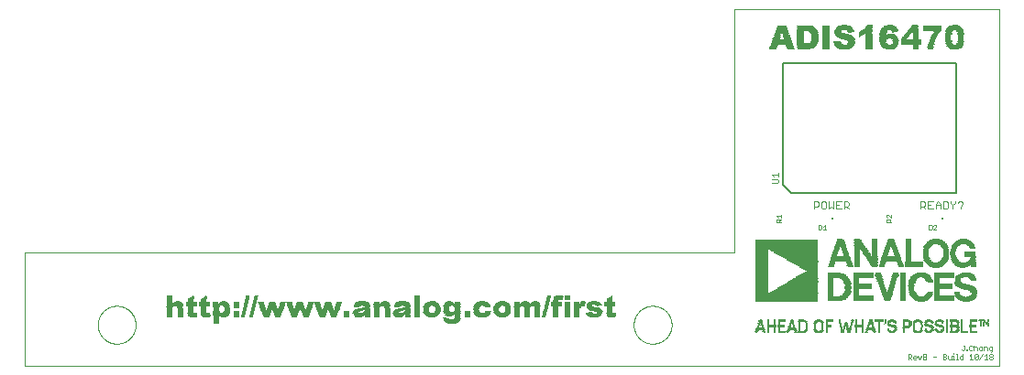
<source format=gto>
G75*
%MOIN*%
%OFA0B0*%
%FSLAX25Y25*%
%IPPOS*%
%LPD*%
%AMOC8*
5,1,8,0,0,1.08239X$1,22.5*
%
%ADD10C,0.00197*%
%ADD11C,0.00000*%
%ADD12C,0.00200*%
%ADD13R,0.02220X0.00185*%
%ADD14R,0.02035X0.00185*%
%ADD15R,0.02775X0.00185*%
%ADD16R,0.04810X0.00185*%
%ADD17R,0.02590X0.00185*%
%ADD18R,0.03700X0.00185*%
%ADD19R,0.02405X0.00185*%
%ADD20R,0.03330X0.00185*%
%ADD21R,0.02220X0.00185*%
%ADD22R,0.03145X0.00185*%
%ADD23R,0.05550X0.00185*%
%ADD24R,0.04625X0.00185*%
%ADD25R,0.04070X0.00185*%
%ADD26R,0.03885X0.00185*%
%ADD27R,0.06105X0.00185*%
%ADD28R,0.05180X0.00185*%
%ADD29R,0.04440X0.00185*%
%ADD30R,0.06290X0.00185*%
%ADD31R,0.05735X0.00185*%
%ADD32R,0.04995X0.00185*%
%ADD33R,0.02590X0.00185*%
%ADD34R,0.06475X0.00185*%
%ADD35R,0.05365X0.00185*%
%ADD36R,0.06660X0.00185*%
%ADD37R,0.06845X0.00185*%
%ADD38R,0.07030X0.00185*%
%ADD39R,0.05920X0.00185*%
%ADD40R,0.08140X0.00185*%
%ADD41R,0.07215X0.00185*%
%ADD42R,0.07955X0.00185*%
%ADD43R,0.07585X0.00185*%
%ADD44R,0.07770X0.00185*%
%ADD45R,0.07400X0.00185*%
%ADD46R,0.03145X0.00185*%
%ADD47R,0.02960X0.00185*%
%ADD48R,0.01480X0.00185*%
%ADD49R,0.06845X0.00185*%
%ADD50R,0.04440X0.00185*%
%ADD51R,0.04995X0.00185*%
%ADD52R,0.05920X0.00185*%
%ADD53R,0.00185X0.00185*%
%ADD54R,0.00740X0.00185*%
%ADD55R,0.01110X0.00185*%
%ADD56R,0.01850X0.00185*%
%ADD57R,0.01295X0.00185*%
%ADD58R,0.01665X0.00185*%
%ADD59R,0.04255X0.00185*%
%ADD60R,0.03515X0.00185*%
%ADD61R,0.02210X0.00170*%
%ADD62R,0.03570X0.00170*%
%ADD63R,0.02210X0.00170*%
%ADD64R,0.04250X0.00170*%
%ADD65R,0.04590X0.00170*%
%ADD66R,0.04930X0.00170*%
%ADD67R,0.05270X0.00170*%
%ADD68R,0.05610X0.00170*%
%ADD69R,0.05780X0.00170*%
%ADD70R,0.05780X0.00170*%
%ADD71R,0.02380X0.00170*%
%ADD72R,0.02380X0.00170*%
%ADD73R,0.01020X0.00170*%
%ADD74R,0.01700X0.00170*%
%ADD75R,0.01190X0.00170*%
%ADD76R,0.01190X0.00170*%
%ADD77R,0.01530X0.00170*%
%ADD78R,0.01870X0.00170*%
%ADD79R,0.02040X0.00170*%
%ADD80R,0.02040X0.00170*%
%ADD81R,0.02720X0.00170*%
%ADD82R,0.01020X0.00170*%
%ADD83R,0.01870X0.00170*%
%ADD84R,0.02550X0.00170*%
%ADD85R,0.01870X0.00170*%
%ADD86R,0.02890X0.00170*%
%ADD87R,0.03230X0.00170*%
%ADD88R,0.03400X0.00170*%
%ADD89R,0.02040X0.00170*%
%ADD90R,0.02890X0.00170*%
%ADD91R,0.01020X0.00170*%
%ADD92R,0.01020X0.00170*%
%ADD93R,0.03060X0.00170*%
%ADD94R,0.03910X0.00170*%
%ADD95R,0.04080X0.00170*%
%ADD96R,0.05440X0.00170*%
%ADD97R,0.03400X0.00170*%
%ADD98R,0.04250X0.00170*%
%ADD99R,0.04420X0.00170*%
%ADD100R,0.04760X0.00170*%
%ADD101R,0.03060X0.00170*%
%ADD102R,0.05610X0.00170*%
%ADD103R,0.01190X0.00170*%
%ADD104R,0.03740X0.00170*%
%ADD105R,0.04590X0.00170*%
%ADD106R,0.04760X0.00170*%
%ADD107R,0.01190X0.00170*%
%ADD108R,0.05100X0.00170*%
%ADD109R,0.03230X0.00170*%
%ADD110R,0.02550X0.00170*%
%ADD111R,0.04930X0.00170*%
%ADD112R,0.05100X0.00170*%
%ADD113R,0.06120X0.00170*%
%ADD114R,0.05270X0.00170*%
%ADD115R,0.05440X0.00170*%
%ADD116R,0.05440X0.00170*%
%ADD117R,0.05950X0.00170*%
%ADD118R,0.02720X0.00170*%
%ADD119R,0.06120X0.00170*%
%ADD120R,0.02890X0.00170*%
%ADD121R,0.06290X0.00170*%
%ADD122R,0.06290X0.00170*%
%ADD123R,0.05950X0.00170*%
%ADD124R,0.02040X0.00170*%
%ADD125R,0.01700X0.00170*%
%ADD126R,0.02720X0.00170*%
%ADD127R,0.03740X0.00170*%
%ADD128R,0.04590X0.00170*%
%ADD129R,0.03570X0.00170*%
%ADD130R,0.03910X0.00170*%
%ADD131R,0.02890X0.00170*%
%ADD132R,0.00170X0.00170*%
%ADD133R,0.01870X0.00170*%
%ADD134R,0.09520X0.00170*%
%ADD135R,0.00850X0.00170*%
%ADD136R,0.04080X0.00170*%
%ADD137R,0.09520X0.00170*%
%ADD138R,0.09350X0.00170*%
%ADD139R,0.03570X0.00170*%
%ADD140R,0.05270X0.00170*%
%ADD141R,0.09350X0.00170*%
%ADD142R,0.04590X0.00170*%
%ADD143R,0.04420X0.00170*%
%ADD144R,0.04420X0.00170*%
%ADD145R,0.04420X0.00170*%
%ADD146R,0.02720X0.00170*%
%ADD147R,0.03740X0.00170*%
%ADD148R,0.01360X0.00170*%
%ADD149R,0.01360X0.00170*%
%ADD150R,0.00850X0.00170*%
%ADD151R,0.00510X0.00170*%
%ADD152C,0.00400*%
%ADD153R,0.00680X0.00170*%
%ADD154R,0.00680X0.00170*%
%ADD155R,0.01530X0.00170*%
%ADD156R,0.00340X0.00170*%
%ADD157R,0.00510X0.00170*%
%ADD158R,0.00340X0.00170*%
%ADD159R,0.00340X0.00170*%
%ADD160R,0.00340X0.00170*%
%ADD161R,0.00170X0.00170*%
%ADD162R,0.22610X0.00170*%
%ADD163R,0.07650X0.00170*%
%ADD164R,0.07480X0.00170*%
%ADD165R,0.22610X0.00170*%
%ADD166R,0.07650X0.00170*%
%ADD167R,0.07480X0.00170*%
%ADD168R,0.06460X0.00170*%
%ADD169R,0.06800X0.00170*%
%ADD170R,0.06970X0.00170*%
%ADD171R,0.06630X0.00170*%
%ADD172R,0.07140X0.00170*%
%ADD173R,0.06630X0.00170*%
%ADD174R,0.06970X0.00170*%
%ADD175R,0.07310X0.00170*%
%ADD176R,0.07140X0.00170*%
%ADD177R,0.17680X0.00170*%
%ADD178R,0.17340X0.00170*%
%ADD179R,0.17000X0.00170*%
%ADD180R,0.16830X0.00170*%
%ADD181R,0.16490X0.00170*%
%ADD182R,0.16150X0.00170*%
%ADD183R,0.15980X0.00170*%
%ADD184R,0.15640X0.00170*%
%ADD185R,0.15300X0.00170*%
%ADD186R,0.14960X0.00170*%
%ADD187R,0.06970X0.00170*%
%ADD188R,0.14790X0.00170*%
%ADD189R,0.06970X0.00170*%
%ADD190R,0.14450X0.00170*%
%ADD191R,0.06120X0.00170*%
%ADD192R,0.14110X0.00170*%
%ADD193R,0.13940X0.00170*%
%ADD194R,0.13600X0.00170*%
%ADD195R,0.06290X0.00170*%
%ADD196R,0.13260X0.00170*%
%ADD197R,0.13090X0.00170*%
%ADD198R,0.12750X0.00170*%
%ADD199R,0.05270X0.00170*%
%ADD200R,0.12410X0.00170*%
%ADD201R,0.12070X0.00170*%
%ADD202R,0.11900X0.00170*%
%ADD203R,0.11560X0.00170*%
%ADD204R,0.11220X0.00170*%
%ADD205R,0.11050X0.00170*%
%ADD206R,0.10710X0.00170*%
%ADD207R,0.10370X0.00170*%
%ADD208R,0.10200X0.00170*%
%ADD209R,0.09860X0.00170*%
%ADD210R,0.09520X0.00170*%
%ADD211R,0.09180X0.00170*%
%ADD212R,0.09010X0.00170*%
%ADD213R,0.08670X0.00170*%
%ADD214R,0.08330X0.00170*%
%ADD215R,0.08160X0.00170*%
%ADD216R,0.07820X0.00170*%
%ADD217R,0.07310X0.00170*%
%ADD218R,0.06290X0.00170*%
%ADD219R,0.06460X0.00170*%
%ADD220R,0.07820X0.00170*%
%ADD221R,0.05440X0.00170*%
%ADD222R,0.08160X0.00170*%
%ADD223R,0.08500X0.00170*%
%ADD224R,0.07820X0.00170*%
%ADD225R,0.08840X0.00170*%
%ADD226R,0.07990X0.00170*%
%ADD227R,0.03570X0.00170*%
%ADD228R,0.09690X0.00170*%
%ADD229R,0.10030X0.00170*%
%ADD230R,0.10540X0.00170*%
%ADD231R,0.10880X0.00170*%
%ADD232R,0.11220X0.00170*%
%ADD233R,0.11560X0.00170*%
%ADD234R,0.07140X0.00170*%
%ADD235R,0.07140X0.00170*%
%ADD236R,0.12750X0.00170*%
%ADD237R,0.13090X0.00170*%
%ADD238R,0.14280X0.00170*%
%ADD239R,0.14620X0.00170*%
%ADD240R,0.15130X0.00170*%
%ADD241R,0.15470X0.00170*%
%ADD242R,0.15810X0.00170*%
%ADD243R,0.15980X0.00170*%
%ADD244R,0.16320X0.00170*%
%ADD245R,0.16660X0.00170*%
%ADD246R,0.17510X0.00170*%
%ADD247R,0.03740X0.00170*%
%ADD248C,0.00500*%
%ADD249R,0.00984X0.00984*%
D10*
X0099433Y0091492D02*
X0099433Y0132831D01*
X0357307Y0132831D01*
X0357307Y0221414D01*
X0453764Y0221414D01*
X0453764Y0091492D01*
X0099433Y0091492D01*
D11*
X0126008Y0106453D02*
X0126010Y0106622D01*
X0126016Y0106791D01*
X0126027Y0106960D01*
X0126041Y0107128D01*
X0126060Y0107296D01*
X0126083Y0107464D01*
X0126109Y0107631D01*
X0126140Y0107797D01*
X0126175Y0107963D01*
X0126214Y0108127D01*
X0126258Y0108291D01*
X0126305Y0108453D01*
X0126356Y0108614D01*
X0126411Y0108774D01*
X0126470Y0108933D01*
X0126532Y0109090D01*
X0126599Y0109245D01*
X0126670Y0109399D01*
X0126744Y0109551D01*
X0126822Y0109701D01*
X0126903Y0109849D01*
X0126988Y0109995D01*
X0127077Y0110139D01*
X0127169Y0110281D01*
X0127265Y0110420D01*
X0127364Y0110557D01*
X0127466Y0110692D01*
X0127572Y0110824D01*
X0127681Y0110953D01*
X0127793Y0111080D01*
X0127908Y0111204D01*
X0128026Y0111325D01*
X0128147Y0111443D01*
X0128271Y0111558D01*
X0128398Y0111670D01*
X0128527Y0111779D01*
X0128659Y0111885D01*
X0128794Y0111987D01*
X0128931Y0112086D01*
X0129070Y0112182D01*
X0129212Y0112274D01*
X0129356Y0112363D01*
X0129502Y0112448D01*
X0129650Y0112529D01*
X0129800Y0112607D01*
X0129952Y0112681D01*
X0130106Y0112752D01*
X0130261Y0112819D01*
X0130418Y0112881D01*
X0130577Y0112940D01*
X0130737Y0112995D01*
X0130898Y0113046D01*
X0131060Y0113093D01*
X0131224Y0113137D01*
X0131388Y0113176D01*
X0131554Y0113211D01*
X0131720Y0113242D01*
X0131887Y0113268D01*
X0132055Y0113291D01*
X0132223Y0113310D01*
X0132391Y0113324D01*
X0132560Y0113335D01*
X0132729Y0113341D01*
X0132898Y0113343D01*
X0133067Y0113341D01*
X0133236Y0113335D01*
X0133405Y0113324D01*
X0133573Y0113310D01*
X0133741Y0113291D01*
X0133909Y0113268D01*
X0134076Y0113242D01*
X0134242Y0113211D01*
X0134408Y0113176D01*
X0134572Y0113137D01*
X0134736Y0113093D01*
X0134898Y0113046D01*
X0135059Y0112995D01*
X0135219Y0112940D01*
X0135378Y0112881D01*
X0135535Y0112819D01*
X0135690Y0112752D01*
X0135844Y0112681D01*
X0135996Y0112607D01*
X0136146Y0112529D01*
X0136294Y0112448D01*
X0136440Y0112363D01*
X0136584Y0112274D01*
X0136726Y0112182D01*
X0136865Y0112086D01*
X0137002Y0111987D01*
X0137137Y0111885D01*
X0137269Y0111779D01*
X0137398Y0111670D01*
X0137525Y0111558D01*
X0137649Y0111443D01*
X0137770Y0111325D01*
X0137888Y0111204D01*
X0138003Y0111080D01*
X0138115Y0110953D01*
X0138224Y0110824D01*
X0138330Y0110692D01*
X0138432Y0110557D01*
X0138531Y0110420D01*
X0138627Y0110281D01*
X0138719Y0110139D01*
X0138808Y0109995D01*
X0138893Y0109849D01*
X0138974Y0109701D01*
X0139052Y0109551D01*
X0139126Y0109399D01*
X0139197Y0109245D01*
X0139264Y0109090D01*
X0139326Y0108933D01*
X0139385Y0108774D01*
X0139440Y0108614D01*
X0139491Y0108453D01*
X0139538Y0108291D01*
X0139582Y0108127D01*
X0139621Y0107963D01*
X0139656Y0107797D01*
X0139687Y0107631D01*
X0139713Y0107464D01*
X0139736Y0107296D01*
X0139755Y0107128D01*
X0139769Y0106960D01*
X0139780Y0106791D01*
X0139786Y0106622D01*
X0139788Y0106453D01*
X0139786Y0106284D01*
X0139780Y0106115D01*
X0139769Y0105946D01*
X0139755Y0105778D01*
X0139736Y0105610D01*
X0139713Y0105442D01*
X0139687Y0105275D01*
X0139656Y0105109D01*
X0139621Y0104943D01*
X0139582Y0104779D01*
X0139538Y0104615D01*
X0139491Y0104453D01*
X0139440Y0104292D01*
X0139385Y0104132D01*
X0139326Y0103973D01*
X0139264Y0103816D01*
X0139197Y0103661D01*
X0139126Y0103507D01*
X0139052Y0103355D01*
X0138974Y0103205D01*
X0138893Y0103057D01*
X0138808Y0102911D01*
X0138719Y0102767D01*
X0138627Y0102625D01*
X0138531Y0102486D01*
X0138432Y0102349D01*
X0138330Y0102214D01*
X0138224Y0102082D01*
X0138115Y0101953D01*
X0138003Y0101826D01*
X0137888Y0101702D01*
X0137770Y0101581D01*
X0137649Y0101463D01*
X0137525Y0101348D01*
X0137398Y0101236D01*
X0137269Y0101127D01*
X0137137Y0101021D01*
X0137002Y0100919D01*
X0136865Y0100820D01*
X0136726Y0100724D01*
X0136584Y0100632D01*
X0136440Y0100543D01*
X0136294Y0100458D01*
X0136146Y0100377D01*
X0135996Y0100299D01*
X0135844Y0100225D01*
X0135690Y0100154D01*
X0135535Y0100087D01*
X0135378Y0100025D01*
X0135219Y0099966D01*
X0135059Y0099911D01*
X0134898Y0099860D01*
X0134736Y0099813D01*
X0134572Y0099769D01*
X0134408Y0099730D01*
X0134242Y0099695D01*
X0134076Y0099664D01*
X0133909Y0099638D01*
X0133741Y0099615D01*
X0133573Y0099596D01*
X0133405Y0099582D01*
X0133236Y0099571D01*
X0133067Y0099565D01*
X0132898Y0099563D01*
X0132729Y0099565D01*
X0132560Y0099571D01*
X0132391Y0099582D01*
X0132223Y0099596D01*
X0132055Y0099615D01*
X0131887Y0099638D01*
X0131720Y0099664D01*
X0131554Y0099695D01*
X0131388Y0099730D01*
X0131224Y0099769D01*
X0131060Y0099813D01*
X0130898Y0099860D01*
X0130737Y0099911D01*
X0130577Y0099966D01*
X0130418Y0100025D01*
X0130261Y0100087D01*
X0130106Y0100154D01*
X0129952Y0100225D01*
X0129800Y0100299D01*
X0129650Y0100377D01*
X0129502Y0100458D01*
X0129356Y0100543D01*
X0129212Y0100632D01*
X0129070Y0100724D01*
X0128931Y0100820D01*
X0128794Y0100919D01*
X0128659Y0101021D01*
X0128527Y0101127D01*
X0128398Y0101236D01*
X0128271Y0101348D01*
X0128147Y0101463D01*
X0128026Y0101581D01*
X0127908Y0101702D01*
X0127793Y0101826D01*
X0127681Y0101953D01*
X0127572Y0102082D01*
X0127466Y0102214D01*
X0127364Y0102349D01*
X0127265Y0102486D01*
X0127169Y0102625D01*
X0127077Y0102767D01*
X0126988Y0102911D01*
X0126903Y0103057D01*
X0126822Y0103205D01*
X0126744Y0103355D01*
X0126670Y0103507D01*
X0126599Y0103661D01*
X0126532Y0103816D01*
X0126470Y0103973D01*
X0126411Y0104132D01*
X0126356Y0104292D01*
X0126305Y0104453D01*
X0126258Y0104615D01*
X0126214Y0104779D01*
X0126175Y0104943D01*
X0126140Y0105109D01*
X0126109Y0105275D01*
X0126083Y0105442D01*
X0126060Y0105610D01*
X0126041Y0105778D01*
X0126027Y0105946D01*
X0126016Y0106115D01*
X0126010Y0106284D01*
X0126008Y0106453D01*
X0320890Y0106453D02*
X0320892Y0106622D01*
X0320898Y0106791D01*
X0320909Y0106960D01*
X0320923Y0107128D01*
X0320942Y0107296D01*
X0320965Y0107464D01*
X0320991Y0107631D01*
X0321022Y0107797D01*
X0321057Y0107963D01*
X0321096Y0108127D01*
X0321140Y0108291D01*
X0321187Y0108453D01*
X0321238Y0108614D01*
X0321293Y0108774D01*
X0321352Y0108933D01*
X0321414Y0109090D01*
X0321481Y0109245D01*
X0321552Y0109399D01*
X0321626Y0109551D01*
X0321704Y0109701D01*
X0321785Y0109849D01*
X0321870Y0109995D01*
X0321959Y0110139D01*
X0322051Y0110281D01*
X0322147Y0110420D01*
X0322246Y0110557D01*
X0322348Y0110692D01*
X0322454Y0110824D01*
X0322563Y0110953D01*
X0322675Y0111080D01*
X0322790Y0111204D01*
X0322908Y0111325D01*
X0323029Y0111443D01*
X0323153Y0111558D01*
X0323280Y0111670D01*
X0323409Y0111779D01*
X0323541Y0111885D01*
X0323676Y0111987D01*
X0323813Y0112086D01*
X0323952Y0112182D01*
X0324094Y0112274D01*
X0324238Y0112363D01*
X0324384Y0112448D01*
X0324532Y0112529D01*
X0324682Y0112607D01*
X0324834Y0112681D01*
X0324988Y0112752D01*
X0325143Y0112819D01*
X0325300Y0112881D01*
X0325459Y0112940D01*
X0325619Y0112995D01*
X0325780Y0113046D01*
X0325942Y0113093D01*
X0326106Y0113137D01*
X0326270Y0113176D01*
X0326436Y0113211D01*
X0326602Y0113242D01*
X0326769Y0113268D01*
X0326937Y0113291D01*
X0327105Y0113310D01*
X0327273Y0113324D01*
X0327442Y0113335D01*
X0327611Y0113341D01*
X0327780Y0113343D01*
X0327949Y0113341D01*
X0328118Y0113335D01*
X0328287Y0113324D01*
X0328455Y0113310D01*
X0328623Y0113291D01*
X0328791Y0113268D01*
X0328958Y0113242D01*
X0329124Y0113211D01*
X0329290Y0113176D01*
X0329454Y0113137D01*
X0329618Y0113093D01*
X0329780Y0113046D01*
X0329941Y0112995D01*
X0330101Y0112940D01*
X0330260Y0112881D01*
X0330417Y0112819D01*
X0330572Y0112752D01*
X0330726Y0112681D01*
X0330878Y0112607D01*
X0331028Y0112529D01*
X0331176Y0112448D01*
X0331322Y0112363D01*
X0331466Y0112274D01*
X0331608Y0112182D01*
X0331747Y0112086D01*
X0331884Y0111987D01*
X0332019Y0111885D01*
X0332151Y0111779D01*
X0332280Y0111670D01*
X0332407Y0111558D01*
X0332531Y0111443D01*
X0332652Y0111325D01*
X0332770Y0111204D01*
X0332885Y0111080D01*
X0332997Y0110953D01*
X0333106Y0110824D01*
X0333212Y0110692D01*
X0333314Y0110557D01*
X0333413Y0110420D01*
X0333509Y0110281D01*
X0333601Y0110139D01*
X0333690Y0109995D01*
X0333775Y0109849D01*
X0333856Y0109701D01*
X0333934Y0109551D01*
X0334008Y0109399D01*
X0334079Y0109245D01*
X0334146Y0109090D01*
X0334208Y0108933D01*
X0334267Y0108774D01*
X0334322Y0108614D01*
X0334373Y0108453D01*
X0334420Y0108291D01*
X0334464Y0108127D01*
X0334503Y0107963D01*
X0334538Y0107797D01*
X0334569Y0107631D01*
X0334595Y0107464D01*
X0334618Y0107296D01*
X0334637Y0107128D01*
X0334651Y0106960D01*
X0334662Y0106791D01*
X0334668Y0106622D01*
X0334670Y0106453D01*
X0334668Y0106284D01*
X0334662Y0106115D01*
X0334651Y0105946D01*
X0334637Y0105778D01*
X0334618Y0105610D01*
X0334595Y0105442D01*
X0334569Y0105275D01*
X0334538Y0105109D01*
X0334503Y0104943D01*
X0334464Y0104779D01*
X0334420Y0104615D01*
X0334373Y0104453D01*
X0334322Y0104292D01*
X0334267Y0104132D01*
X0334208Y0103973D01*
X0334146Y0103816D01*
X0334079Y0103661D01*
X0334008Y0103507D01*
X0333934Y0103355D01*
X0333856Y0103205D01*
X0333775Y0103057D01*
X0333690Y0102911D01*
X0333601Y0102767D01*
X0333509Y0102625D01*
X0333413Y0102486D01*
X0333314Y0102349D01*
X0333212Y0102214D01*
X0333106Y0102082D01*
X0332997Y0101953D01*
X0332885Y0101826D01*
X0332770Y0101702D01*
X0332652Y0101581D01*
X0332531Y0101463D01*
X0332407Y0101348D01*
X0332280Y0101236D01*
X0332151Y0101127D01*
X0332019Y0101021D01*
X0331884Y0100919D01*
X0331747Y0100820D01*
X0331608Y0100724D01*
X0331466Y0100632D01*
X0331322Y0100543D01*
X0331176Y0100458D01*
X0331028Y0100377D01*
X0330878Y0100299D01*
X0330726Y0100225D01*
X0330572Y0100154D01*
X0330417Y0100087D01*
X0330260Y0100025D01*
X0330101Y0099966D01*
X0329941Y0099911D01*
X0329780Y0099860D01*
X0329618Y0099813D01*
X0329454Y0099769D01*
X0329290Y0099730D01*
X0329124Y0099695D01*
X0328958Y0099664D01*
X0328791Y0099638D01*
X0328623Y0099615D01*
X0328455Y0099596D01*
X0328287Y0099582D01*
X0328118Y0099571D01*
X0327949Y0099565D01*
X0327780Y0099563D01*
X0327611Y0099565D01*
X0327442Y0099571D01*
X0327273Y0099582D01*
X0327105Y0099596D01*
X0326937Y0099615D01*
X0326769Y0099638D01*
X0326602Y0099664D01*
X0326436Y0099695D01*
X0326270Y0099730D01*
X0326106Y0099769D01*
X0325942Y0099813D01*
X0325780Y0099860D01*
X0325619Y0099911D01*
X0325459Y0099966D01*
X0325300Y0100025D01*
X0325143Y0100087D01*
X0324988Y0100154D01*
X0324834Y0100225D01*
X0324682Y0100299D01*
X0324532Y0100377D01*
X0324384Y0100458D01*
X0324238Y0100543D01*
X0324094Y0100632D01*
X0323952Y0100724D01*
X0323813Y0100820D01*
X0323676Y0100919D01*
X0323541Y0101021D01*
X0323409Y0101127D01*
X0323280Y0101236D01*
X0323153Y0101348D01*
X0323029Y0101463D01*
X0322908Y0101581D01*
X0322790Y0101702D01*
X0322675Y0101826D01*
X0322563Y0101953D01*
X0322454Y0102082D01*
X0322348Y0102214D01*
X0322246Y0102349D01*
X0322147Y0102486D01*
X0322051Y0102625D01*
X0321959Y0102767D01*
X0321870Y0102911D01*
X0321785Y0103057D01*
X0321704Y0103205D01*
X0321626Y0103355D01*
X0321552Y0103507D01*
X0321481Y0103661D01*
X0321414Y0103816D01*
X0321352Y0103973D01*
X0321293Y0104132D01*
X0321238Y0104292D01*
X0321187Y0104453D01*
X0321140Y0104615D01*
X0321096Y0104779D01*
X0321057Y0104943D01*
X0321022Y0105109D01*
X0320991Y0105275D01*
X0320965Y0105442D01*
X0320942Y0105610D01*
X0320923Y0105778D01*
X0320909Y0105946D01*
X0320898Y0106115D01*
X0320892Y0106284D01*
X0320890Y0106453D01*
D12*
X0420655Y0095736D02*
X0420655Y0093966D01*
X0420655Y0094556D02*
X0421540Y0094556D01*
X0421835Y0094851D01*
X0421835Y0095441D01*
X0421540Y0095736D01*
X0420655Y0095736D01*
X0421245Y0094556D02*
X0421835Y0093966D01*
X0422468Y0094261D02*
X0422468Y0094851D01*
X0422763Y0095146D01*
X0423353Y0095146D01*
X0423648Y0094851D01*
X0423648Y0094556D01*
X0422468Y0094556D01*
X0422468Y0094261D02*
X0422763Y0093966D01*
X0423353Y0093966D01*
X0424280Y0095146D02*
X0424870Y0093966D01*
X0425460Y0095146D01*
X0426093Y0094851D02*
X0426978Y0094851D01*
X0427273Y0094556D01*
X0427273Y0094261D01*
X0426978Y0093966D01*
X0426093Y0093966D01*
X0426093Y0095736D01*
X0426978Y0095736D01*
X0427273Y0095441D01*
X0427273Y0095146D01*
X0426978Y0094851D01*
X0429718Y0094851D02*
X0430898Y0094851D01*
X0433343Y0094851D02*
X0434228Y0094851D01*
X0434523Y0094556D01*
X0434523Y0094261D01*
X0434228Y0093966D01*
X0433343Y0093966D01*
X0433343Y0095736D01*
X0434228Y0095736D01*
X0434523Y0095441D01*
X0434523Y0095146D01*
X0434228Y0094851D01*
X0435156Y0095146D02*
X0435156Y0094261D01*
X0435451Y0093966D01*
X0436336Y0093966D01*
X0436336Y0095146D01*
X0436968Y0095146D02*
X0437263Y0095146D01*
X0437263Y0093966D01*
X0436968Y0093966D02*
X0437558Y0093966D01*
X0438177Y0093966D02*
X0438767Y0093966D01*
X0438472Y0093966D02*
X0438472Y0095736D01*
X0438177Y0095736D01*
X0437263Y0095736D02*
X0437263Y0096031D01*
X0439385Y0094851D02*
X0439680Y0095146D01*
X0440565Y0095146D01*
X0440565Y0095736D02*
X0440565Y0093966D01*
X0439680Y0093966D01*
X0439385Y0094261D01*
X0439385Y0094851D01*
X0440384Y0097137D02*
X0440679Y0097137D01*
X0440974Y0097432D01*
X0440974Y0098907D01*
X0440679Y0098907D02*
X0441269Y0098907D01*
X0442808Y0098612D02*
X0442808Y0097432D01*
X0443103Y0097137D01*
X0443693Y0097137D01*
X0443988Y0097432D01*
X0444621Y0097137D02*
X0444621Y0098907D01*
X0444916Y0098317D02*
X0445506Y0098317D01*
X0445801Y0098022D01*
X0445801Y0097137D01*
X0446433Y0097432D02*
X0446728Y0097137D01*
X0447318Y0097137D01*
X0447613Y0097432D01*
X0447613Y0098022D01*
X0447318Y0098317D01*
X0446728Y0098317D01*
X0446433Y0098022D01*
X0446433Y0097432D01*
X0444916Y0098317D02*
X0444621Y0098022D01*
X0443988Y0098612D02*
X0443693Y0098907D01*
X0443103Y0098907D01*
X0442808Y0098612D01*
X0442197Y0097432D02*
X0442197Y0097137D01*
X0441902Y0097137D01*
X0441902Y0097432D01*
X0442197Y0097432D01*
X0440384Y0097137D02*
X0440089Y0097432D01*
X0443010Y0095146D02*
X0443600Y0095736D01*
X0443600Y0093966D01*
X0443010Y0093966D02*
X0444190Y0093966D01*
X0444823Y0094261D02*
X0446003Y0095441D01*
X0446003Y0094261D01*
X0445708Y0093966D01*
X0445118Y0093966D01*
X0444823Y0094261D01*
X0444823Y0095441D01*
X0445118Y0095736D01*
X0445708Y0095736D01*
X0446003Y0095441D01*
X0446635Y0093966D02*
X0447815Y0095736D01*
X0448448Y0095146D02*
X0449038Y0095736D01*
X0449038Y0093966D01*
X0448448Y0093966D02*
X0449628Y0093966D01*
X0450260Y0094261D02*
X0450260Y0094556D01*
X0450555Y0094851D01*
X0451145Y0094851D01*
X0451441Y0094556D01*
X0451441Y0094261D01*
X0451145Y0093966D01*
X0450555Y0093966D01*
X0450260Y0094261D01*
X0450555Y0094851D02*
X0450260Y0095146D01*
X0450260Y0095441D01*
X0450555Y0095736D01*
X0451145Y0095736D01*
X0451441Y0095441D01*
X0451441Y0095146D01*
X0451145Y0094851D01*
X0450943Y0096547D02*
X0451238Y0096842D01*
X0451238Y0098317D01*
X0450353Y0098317D01*
X0450058Y0098022D01*
X0450058Y0097432D01*
X0450353Y0097137D01*
X0451238Y0097137D01*
X0450943Y0096547D02*
X0450648Y0096547D01*
X0449426Y0097137D02*
X0449426Y0098022D01*
X0449131Y0098317D01*
X0448246Y0098317D01*
X0448246Y0097137D01*
X0430968Y0141066D02*
X0429900Y0141066D01*
X0430968Y0142134D01*
X0430968Y0142401D01*
X0430701Y0142668D01*
X0430167Y0142668D01*
X0429900Y0142401D01*
X0429311Y0142401D02*
X0429044Y0142668D01*
X0428243Y0142668D01*
X0428243Y0141066D01*
X0429044Y0141066D01*
X0429311Y0141333D01*
X0429311Y0142401D01*
X0414543Y0143852D02*
X0412942Y0143852D01*
X0412942Y0144652D01*
X0413209Y0144919D01*
X0413742Y0144919D01*
X0414009Y0144652D01*
X0414009Y0143852D01*
X0414009Y0144385D02*
X0414543Y0144919D01*
X0414543Y0145509D02*
X0413475Y0146577D01*
X0413209Y0146577D01*
X0412942Y0146310D01*
X0412942Y0145776D01*
X0413209Y0145509D01*
X0414543Y0145509D02*
X0414543Y0146577D01*
X0390848Y0141066D02*
X0389780Y0141066D01*
X0390314Y0141066D02*
X0390314Y0142668D01*
X0389780Y0142134D01*
X0389191Y0142401D02*
X0388924Y0142668D01*
X0388123Y0142668D01*
X0388123Y0141066D01*
X0388924Y0141066D01*
X0389191Y0141333D01*
X0389191Y0142401D01*
X0374423Y0143852D02*
X0372822Y0143852D01*
X0372822Y0144652D01*
X0373089Y0144919D01*
X0373622Y0144919D01*
X0373889Y0144652D01*
X0373889Y0143852D01*
X0373889Y0144385D02*
X0374423Y0144919D01*
X0374423Y0145509D02*
X0374423Y0146577D01*
X0374423Y0146043D02*
X0372822Y0146043D01*
X0373356Y0145509D01*
X0372982Y0158128D02*
X0373349Y0158495D01*
X0373349Y0159229D01*
X0372982Y0159596D01*
X0371147Y0159596D01*
X0371881Y0160338D02*
X0371147Y0161072D01*
X0373349Y0161072D01*
X0373349Y0160338D02*
X0373349Y0161806D01*
X0372982Y0158128D02*
X0371147Y0158128D01*
D13*
X0397513Y0206655D03*
X0411573Y0209060D03*
X0411573Y0209245D03*
X0411573Y0209430D03*
X0416013Y0209985D03*
X0416013Y0210170D03*
X0416198Y0209615D03*
X0416198Y0209430D03*
X0416198Y0209245D03*
X0416013Y0208875D03*
X0416013Y0208690D03*
X0418973Y0210355D03*
X0411573Y0212575D03*
X0397513Y0215350D03*
X0376423Y0211650D03*
X0376238Y0212020D03*
X0376238Y0212205D03*
X0373463Y0212575D03*
X0373463Y0212760D03*
X0373463Y0212945D03*
X0428963Y0208320D03*
X0428963Y0208135D03*
X0428963Y0207950D03*
X0428963Y0207765D03*
X0429148Y0208690D03*
X0429148Y0208875D03*
X0429148Y0209060D03*
X0429148Y0209245D03*
X0429888Y0210910D03*
X0429888Y0211095D03*
X0430073Y0211280D03*
X0430813Y0212575D03*
X0430998Y0212760D03*
X0435438Y0212760D03*
X0435438Y0212945D03*
X0435438Y0209245D03*
X0435438Y0209060D03*
D14*
X0437566Y0206655D03*
X0430166Y0211465D03*
X0430351Y0211835D03*
X0430721Y0212390D03*
X0423321Y0212390D03*
X0423321Y0212575D03*
X0423321Y0212760D03*
X0423321Y0212205D03*
X0423321Y0212020D03*
X0423321Y0211835D03*
X0423321Y0211650D03*
X0423321Y0211465D03*
X0423321Y0211280D03*
X0423321Y0211095D03*
X0423321Y0210910D03*
X0423321Y0210725D03*
X0423321Y0210540D03*
X0423321Y0210355D03*
X0423321Y0208320D03*
X0423321Y0208135D03*
X0423321Y0207950D03*
X0423321Y0207765D03*
X0423321Y0207580D03*
X0423321Y0207395D03*
X0423321Y0207210D03*
X0423321Y0207025D03*
X0423321Y0206840D03*
X0416106Y0209060D03*
X0413886Y0206655D03*
X0419621Y0211095D03*
X0419806Y0211280D03*
X0419991Y0211465D03*
X0420546Y0212205D03*
X0420731Y0212390D03*
X0420916Y0212575D03*
X0406671Y0215165D03*
X0406671Y0215350D03*
X0403896Y0212205D03*
D15*
X0406301Y0214240D03*
X0411666Y0210355D03*
X0414626Y0211835D03*
X0415736Y0210540D03*
X0422951Y0214610D03*
X0399641Y0213500D03*
X0399456Y0213685D03*
X0386691Y0212205D03*
X0386506Y0212575D03*
X0386506Y0212760D03*
X0386691Y0209615D03*
X0386506Y0209245D03*
X0395201Y0208690D03*
X0395386Y0208505D03*
X0399641Y0208320D03*
X0399826Y0208505D03*
X0400011Y0209615D03*
X0399826Y0209800D03*
X0377996Y0206840D03*
X0377811Y0207395D03*
X0377626Y0207950D03*
X0371521Y0206840D03*
D16*
X0382713Y0206840D03*
X0405283Y0212390D03*
X0405283Y0212575D03*
X0405283Y0212760D03*
X0405283Y0212945D03*
X0437658Y0207395D03*
D17*
X0439323Y0208320D03*
X0435808Y0208320D03*
X0435808Y0213685D03*
X0439323Y0213685D03*
X0412128Y0213685D03*
X0411573Y0210170D03*
X0411573Y0209985D03*
X0412128Y0208320D03*
X0400103Y0209430D03*
X0395108Y0208875D03*
X0394923Y0209245D03*
X0394923Y0209430D03*
X0390853Y0209430D03*
X0390853Y0209615D03*
X0390853Y0209800D03*
X0390853Y0209985D03*
X0390853Y0210170D03*
X0390853Y0210355D03*
X0390853Y0210540D03*
X0390853Y0210725D03*
X0390853Y0210910D03*
X0390853Y0211095D03*
X0390853Y0211280D03*
X0390853Y0211465D03*
X0390853Y0211650D03*
X0390853Y0211835D03*
X0390853Y0212020D03*
X0390853Y0212205D03*
X0390853Y0212390D03*
X0390853Y0212575D03*
X0390853Y0212760D03*
X0390853Y0212945D03*
X0390853Y0213130D03*
X0390853Y0213315D03*
X0390853Y0213500D03*
X0390853Y0213685D03*
X0390853Y0213870D03*
X0390853Y0214055D03*
X0390853Y0214240D03*
X0390853Y0214425D03*
X0390853Y0214610D03*
X0390853Y0214795D03*
X0390853Y0214980D03*
X0390853Y0215165D03*
X0399733Y0213315D03*
X0399733Y0213130D03*
X0386783Y0212020D03*
X0386783Y0211835D03*
X0386783Y0211650D03*
X0386783Y0211465D03*
X0386783Y0211280D03*
X0386783Y0211095D03*
X0386783Y0210910D03*
X0386783Y0210725D03*
X0386783Y0210540D03*
X0386783Y0210355D03*
X0386783Y0210170D03*
X0386783Y0209985D03*
X0386783Y0209800D03*
X0386598Y0209430D03*
X0386598Y0212390D03*
X0381603Y0212390D03*
X0381603Y0212575D03*
X0381603Y0212760D03*
X0381603Y0212945D03*
X0381603Y0213130D03*
X0381603Y0212205D03*
X0381603Y0212020D03*
X0381603Y0211835D03*
X0381603Y0211650D03*
X0381603Y0211465D03*
X0381603Y0211280D03*
X0381603Y0211095D03*
X0381603Y0210910D03*
X0381603Y0210725D03*
X0381603Y0210540D03*
X0381603Y0210355D03*
X0381603Y0210170D03*
X0381603Y0209985D03*
X0381603Y0209800D03*
X0381603Y0209615D03*
X0381603Y0209430D03*
X0381603Y0209245D03*
X0381603Y0209060D03*
X0381603Y0208875D03*
X0377903Y0207210D03*
X0377903Y0207025D03*
X0377533Y0208135D03*
X0371983Y0208135D03*
X0371798Y0207765D03*
X0371798Y0207580D03*
X0371613Y0207395D03*
X0371613Y0207210D03*
X0371613Y0207025D03*
X0390853Y0207025D03*
X0390853Y0207210D03*
X0390853Y0207395D03*
X0390853Y0207580D03*
X0390853Y0207765D03*
X0390853Y0207950D03*
X0390853Y0208135D03*
X0390853Y0208320D03*
X0390853Y0208505D03*
X0390853Y0208690D03*
X0390853Y0208875D03*
X0390853Y0209060D03*
X0390853Y0209245D03*
X0390853Y0206840D03*
D18*
X0397513Y0206840D03*
X0399363Y0210170D03*
X0397513Y0215165D03*
X0422488Y0213500D03*
X0374758Y0214055D03*
X0374758Y0214240D03*
X0374758Y0214425D03*
D19*
X0375961Y0212945D03*
X0376146Y0212390D03*
X0376331Y0211835D03*
X0376516Y0211465D03*
X0376516Y0211280D03*
X0376701Y0210910D03*
X0376701Y0210725D03*
X0376886Y0210355D03*
X0373186Y0211835D03*
X0373371Y0212390D03*
X0373001Y0211280D03*
X0372816Y0210910D03*
X0372816Y0210725D03*
X0372816Y0210540D03*
X0372631Y0210355D03*
X0371891Y0207950D03*
X0395016Y0209060D03*
X0400011Y0209060D03*
X0400011Y0209245D03*
X0400011Y0208875D03*
X0406486Y0208875D03*
X0406486Y0209060D03*
X0406486Y0209245D03*
X0406486Y0209430D03*
X0406486Y0209615D03*
X0406486Y0209800D03*
X0406486Y0209985D03*
X0406486Y0210170D03*
X0406486Y0210355D03*
X0406486Y0210540D03*
X0406486Y0210725D03*
X0406486Y0210910D03*
X0406486Y0211095D03*
X0406486Y0211280D03*
X0406486Y0211465D03*
X0406486Y0211650D03*
X0406486Y0211835D03*
X0406486Y0212020D03*
X0406486Y0212205D03*
X0406486Y0214610D03*
X0406486Y0214795D03*
X0411666Y0213130D03*
X0411666Y0212945D03*
X0411666Y0212760D03*
X0411481Y0212390D03*
X0411481Y0212205D03*
X0411481Y0212020D03*
X0411481Y0211835D03*
X0411481Y0211650D03*
X0411851Y0213315D03*
X0414626Y0212020D03*
X0415736Y0213315D03*
X0415736Y0213500D03*
X0415921Y0210355D03*
X0416106Y0209800D03*
X0415921Y0208505D03*
X0411851Y0208505D03*
X0411666Y0208875D03*
X0411481Y0209615D03*
X0411481Y0209800D03*
X0406486Y0208690D03*
X0406486Y0208505D03*
X0406486Y0208320D03*
X0406486Y0208135D03*
X0406486Y0207950D03*
X0406486Y0207765D03*
X0406486Y0207580D03*
X0406486Y0207395D03*
X0406486Y0207210D03*
X0406486Y0207025D03*
X0406486Y0206840D03*
X0428871Y0207395D03*
X0428871Y0207580D03*
X0429056Y0208505D03*
X0435346Y0209430D03*
X0435346Y0209615D03*
X0435346Y0209800D03*
X0435531Y0208875D03*
X0435531Y0208690D03*
X0435716Y0208505D03*
X0439416Y0208505D03*
X0439601Y0208690D03*
X0439601Y0208875D03*
X0439786Y0209430D03*
X0439786Y0209615D03*
X0439786Y0212205D03*
X0439786Y0212390D03*
X0439786Y0212575D03*
X0439601Y0213130D03*
X0439601Y0213315D03*
X0439416Y0213500D03*
X0435716Y0213500D03*
X0435531Y0213315D03*
X0435531Y0213130D03*
X0435346Y0212575D03*
X0435346Y0212390D03*
X0435346Y0212205D03*
X0431461Y0213315D03*
X0431276Y0213130D03*
X0423136Y0214980D03*
X0395386Y0213685D03*
X0395201Y0213500D03*
X0395201Y0213315D03*
X0395201Y0213130D03*
X0395201Y0212945D03*
D20*
X0386043Y0213130D03*
X0374758Y0214610D03*
X0374758Y0214795D03*
X0413978Y0206840D03*
X0414533Y0211650D03*
X0422673Y0213870D03*
X0422673Y0214055D03*
D21*
X0423228Y0215165D03*
X0423228Y0215350D03*
X0421008Y0212760D03*
X0420453Y0212020D03*
X0420268Y0211835D03*
X0420083Y0211650D03*
X0419528Y0210910D03*
X0419343Y0210725D03*
X0419158Y0210540D03*
X0415828Y0213130D03*
X0406578Y0214980D03*
X0429518Y0210170D03*
X0429518Y0209985D03*
X0429333Y0209800D03*
X0429333Y0209615D03*
X0429333Y0209430D03*
X0429703Y0210355D03*
X0429703Y0210540D03*
X0429703Y0210725D03*
X0430258Y0211650D03*
X0430443Y0212020D03*
X0430628Y0212205D03*
X0431183Y0212945D03*
X0435253Y0212020D03*
X0435253Y0211835D03*
X0435253Y0211650D03*
X0435253Y0211465D03*
X0435253Y0211280D03*
X0435253Y0211095D03*
X0435253Y0210910D03*
X0435253Y0210725D03*
X0435253Y0210540D03*
X0435253Y0210355D03*
X0435253Y0210170D03*
X0435253Y0209985D03*
X0439693Y0209245D03*
X0439693Y0209060D03*
X0439878Y0209800D03*
X0439878Y0209985D03*
X0439878Y0210170D03*
X0439878Y0210355D03*
X0439878Y0210540D03*
X0439878Y0210725D03*
X0439878Y0210910D03*
X0439878Y0211095D03*
X0439878Y0211280D03*
X0439878Y0211465D03*
X0439878Y0211650D03*
X0439878Y0211835D03*
X0439878Y0212020D03*
X0439693Y0212760D03*
X0439693Y0212945D03*
X0428778Y0207210D03*
X0428778Y0207025D03*
X0428778Y0206840D03*
X0411758Y0208690D03*
X0376793Y0210540D03*
X0376608Y0211095D03*
X0376053Y0212575D03*
X0376053Y0212760D03*
X0373278Y0212205D03*
X0373278Y0212020D03*
X0373093Y0211650D03*
X0373093Y0211465D03*
X0372908Y0211095D03*
D22*
X0386321Y0212945D03*
X0395571Y0212575D03*
X0406116Y0213870D03*
X0422766Y0214240D03*
X0437566Y0215165D03*
X0437566Y0206840D03*
X0399641Y0209985D03*
X0395571Y0208320D03*
D23*
X0398068Y0210910D03*
X0396958Y0211835D03*
X0397513Y0214610D03*
X0383083Y0207025D03*
D24*
X0397421Y0207025D03*
X0413886Y0207210D03*
X0405376Y0213130D03*
X0397606Y0214980D03*
D25*
X0422303Y0213130D03*
X0413978Y0207025D03*
X0374758Y0213685D03*
X0374758Y0213870D03*
D26*
X0395941Y0212390D03*
X0405746Y0213500D03*
X0413886Y0214980D03*
X0422396Y0213315D03*
X0437566Y0214980D03*
X0437566Y0207025D03*
D27*
X0413886Y0208135D03*
X0397421Y0207580D03*
X0383361Y0207210D03*
X0383361Y0214795D03*
D28*
X0397513Y0214795D03*
X0413793Y0214425D03*
X0397513Y0207210D03*
X0437658Y0207580D03*
X0437473Y0214425D03*
D29*
X0437473Y0214795D03*
X0437658Y0207210D03*
X0413978Y0214795D03*
X0396403Y0212205D03*
X0374758Y0213130D03*
X0374758Y0213315D03*
D30*
X0383453Y0214610D03*
X0397513Y0214240D03*
X0397513Y0214055D03*
X0413423Y0211465D03*
X0413423Y0211280D03*
X0397513Y0207765D03*
X0383453Y0207395D03*
D31*
X0397421Y0207395D03*
X0413886Y0207765D03*
X0413886Y0207950D03*
X0397791Y0211095D03*
X0397421Y0211465D03*
X0397236Y0211650D03*
X0413886Y0214055D03*
X0437566Y0214055D03*
X0437566Y0207950D03*
X0383176Y0214980D03*
D32*
X0413886Y0214610D03*
X0413886Y0207395D03*
D33*
X0415643Y0208320D03*
X0415643Y0213685D03*
X0411943Y0213500D03*
X0406393Y0214425D03*
X0395293Y0212760D03*
X0399918Y0208690D03*
X0377718Y0207765D03*
X0377718Y0207580D03*
X0423043Y0214795D03*
D34*
X0413516Y0211095D03*
X0383546Y0214425D03*
X0383546Y0207580D03*
D35*
X0398346Y0210725D03*
X0413886Y0214240D03*
X0413886Y0207580D03*
X0437566Y0207765D03*
X0437566Y0214240D03*
D36*
X0429518Y0213500D03*
X0413608Y0210910D03*
X0413608Y0210725D03*
X0397513Y0207950D03*
X0397513Y0213870D03*
X0383638Y0214240D03*
X0374758Y0210170D03*
X0383638Y0207765D03*
D37*
X0383731Y0207950D03*
X0383731Y0214055D03*
D38*
X0383823Y0213870D03*
X0383823Y0208135D03*
X0374758Y0209615D03*
X0374758Y0209800D03*
X0397513Y0208135D03*
D39*
X0413793Y0213870D03*
X0437658Y0208135D03*
D40*
X0374758Y0208320D03*
D41*
X0374851Y0209430D03*
X0383916Y0208505D03*
X0383916Y0208320D03*
X0383916Y0213500D03*
X0383916Y0213685D03*
D42*
X0374851Y0208505D03*
D43*
X0421656Y0208505D03*
X0421656Y0208690D03*
X0421656Y0208875D03*
X0421656Y0209060D03*
X0421656Y0209245D03*
X0421656Y0209430D03*
X0421656Y0209615D03*
X0421656Y0209800D03*
X0421656Y0209985D03*
X0421656Y0210170D03*
D44*
X0374758Y0208875D03*
X0374758Y0208690D03*
D45*
X0374758Y0209060D03*
X0374758Y0209245D03*
X0384008Y0208690D03*
X0384008Y0213315D03*
D46*
X0374851Y0214980D03*
X0386136Y0208875D03*
X0411851Y0210540D03*
X0413886Y0215165D03*
D47*
X0406208Y0214055D03*
X0422858Y0214425D03*
X0386413Y0209060D03*
X0374758Y0215165D03*
D48*
X0395478Y0209615D03*
X0403618Y0211835D03*
D49*
X0429611Y0213685D03*
X0429611Y0213870D03*
X0429611Y0214055D03*
X0429611Y0214240D03*
X0429611Y0214425D03*
X0429611Y0214610D03*
X0429611Y0214795D03*
X0429611Y0214980D03*
X0429611Y0215165D03*
X0374851Y0209985D03*
D50*
X0398993Y0210355D03*
D51*
X0398531Y0210540D03*
X0396681Y0212020D03*
X0382806Y0215165D03*
X0437566Y0214610D03*
D52*
X0437473Y0213870D03*
X0397698Y0211280D03*
X0397513Y0214425D03*
D53*
X0402971Y0211280D03*
D54*
X0403248Y0211465D03*
X0415088Y0212945D03*
D55*
X0403433Y0211650D03*
D56*
X0403803Y0212020D03*
X0413978Y0215350D03*
X0437658Y0215350D03*
D57*
X0414626Y0212205D03*
D58*
X0399456Y0212945D03*
D59*
X0405561Y0213315D03*
X0422211Y0212945D03*
X0374851Y0213500D03*
D60*
X0405931Y0213685D03*
X0422581Y0213685D03*
D61*
X0414443Y0137446D03*
X0408493Y0137446D03*
X0408493Y0137106D03*
X0408493Y0136936D03*
X0408493Y0136596D03*
X0408493Y0136256D03*
X0408493Y0136086D03*
X0408493Y0135746D03*
X0408493Y0135406D03*
X0408493Y0135236D03*
X0408493Y0134896D03*
X0408493Y0134556D03*
X0408493Y0134386D03*
X0408493Y0134046D03*
X0408493Y0133706D03*
X0408493Y0133536D03*
X0408493Y0133196D03*
X0408493Y0132856D03*
X0408493Y0132686D03*
X0408493Y0132346D03*
X0408493Y0132006D03*
X0408493Y0131836D03*
X0408493Y0131496D03*
X0405943Y0131496D03*
X0405773Y0131836D03*
X0405433Y0132346D03*
X0405263Y0132686D03*
X0405093Y0132856D03*
X0404923Y0133196D03*
X0404583Y0133706D03*
X0402203Y0133706D03*
X0402203Y0133536D03*
X0402203Y0133196D03*
X0402203Y0132856D03*
X0402203Y0132686D03*
X0402203Y0132346D03*
X0402203Y0132006D03*
X0402203Y0131836D03*
X0402203Y0131496D03*
X0402203Y0131156D03*
X0402203Y0130986D03*
X0402203Y0130646D03*
X0402203Y0130306D03*
X0402203Y0130136D03*
X0402203Y0129796D03*
X0402203Y0129456D03*
X0402203Y0129286D03*
X0402203Y0128946D03*
X0402203Y0128606D03*
X0402203Y0128436D03*
X0402203Y0128096D03*
X0402203Y0127756D03*
X0402203Y0127586D03*
X0399653Y0127586D03*
X0399653Y0127756D03*
X0399483Y0128096D03*
X0399313Y0128436D03*
X0399313Y0128606D03*
X0399143Y0128946D03*
X0399143Y0129286D03*
X0398973Y0129456D03*
X0398293Y0131156D03*
X0398293Y0131496D03*
X0393193Y0129286D03*
X0393023Y0128606D03*
X0392853Y0128096D03*
X0392683Y0127756D03*
X0392683Y0127586D03*
X0392513Y0122996D03*
X0392513Y0122656D03*
X0392513Y0122486D03*
X0392513Y0122146D03*
X0392513Y0121806D03*
X0392513Y0121636D03*
X0392513Y0121296D03*
X0392513Y0120956D03*
X0392513Y0120786D03*
X0392513Y0120446D03*
X0392513Y0120106D03*
X0392513Y0119936D03*
X0392513Y0119596D03*
X0392513Y0119256D03*
X0392513Y0119086D03*
X0392513Y0118746D03*
X0392513Y0118406D03*
X0392513Y0118236D03*
X0392513Y0117896D03*
X0392513Y0117556D03*
X0392513Y0117386D03*
X0392513Y0117046D03*
X0392513Y0116706D03*
X0398803Y0118746D03*
X0398803Y0119086D03*
X0398803Y0119256D03*
X0398803Y0120446D03*
X0398803Y0120786D03*
X0398803Y0120956D03*
X0401693Y0121636D03*
X0401693Y0121806D03*
X0401693Y0122146D03*
X0401693Y0122486D03*
X0401693Y0122656D03*
X0401693Y0122996D03*
X0409853Y0124696D03*
X0410023Y0123846D03*
X0410193Y0123506D03*
X0410193Y0123336D03*
X0410363Y0122996D03*
X0410533Y0122486D03*
X0410703Y0121806D03*
X0410703Y0121636D03*
X0410873Y0121296D03*
X0411043Y0120956D03*
X0411043Y0120786D03*
X0411213Y0120446D03*
X0411213Y0120106D03*
X0411383Y0119936D03*
X0411553Y0119256D03*
X0411723Y0118746D03*
X0411893Y0118236D03*
X0414273Y0118746D03*
X0414443Y0119256D03*
X0414783Y0120446D03*
X0414953Y0120786D03*
X0414953Y0120956D03*
X0415123Y0121296D03*
X0415293Y0121806D03*
X0415293Y0122146D03*
X0415463Y0122486D03*
X0415463Y0122656D03*
X0415633Y0122996D03*
X0415803Y0123336D03*
X0415803Y0123506D03*
X0416143Y0124696D03*
X0418863Y0124696D03*
X0418863Y0124356D03*
X0418863Y0124186D03*
X0418863Y0123846D03*
X0418863Y0123506D03*
X0418863Y0123336D03*
X0418863Y0122996D03*
X0418863Y0122656D03*
X0418863Y0122486D03*
X0418863Y0122146D03*
X0418863Y0121806D03*
X0418863Y0121636D03*
X0418863Y0121296D03*
X0418863Y0120956D03*
X0418863Y0120786D03*
X0418863Y0120446D03*
X0418863Y0120106D03*
X0418863Y0119936D03*
X0418863Y0119596D03*
X0418863Y0119256D03*
X0418863Y0119086D03*
X0418863Y0118746D03*
X0418863Y0118406D03*
X0418863Y0118236D03*
X0418863Y0117896D03*
X0418863Y0117556D03*
X0418863Y0117386D03*
X0418863Y0117046D03*
X0418863Y0116706D03*
X0418863Y0116536D03*
X0418863Y0116196D03*
X0418863Y0115856D03*
X0418863Y0115686D03*
X0418863Y0115346D03*
X0418863Y0115006D03*
X0422263Y0117896D03*
X0422093Y0118236D03*
X0422093Y0118406D03*
X0421923Y0118746D03*
X0421923Y0119086D03*
X0421923Y0119256D03*
X0421923Y0119596D03*
X0421753Y0119936D03*
X0421753Y0120106D03*
X0421923Y0120786D03*
X0421923Y0120956D03*
X0421923Y0121296D03*
X0428553Y0117896D03*
X0428723Y0118236D03*
X0438583Y0117556D03*
X0438583Y0117386D03*
X0438753Y0117046D03*
X0444533Y0117046D03*
X0444703Y0117386D03*
X0444703Y0117556D03*
X0444703Y0117896D03*
X0444363Y0122656D03*
X0444193Y0122996D03*
X0438753Y0122146D03*
X0440623Y0127246D03*
X0437393Y0130306D03*
X0434333Y0130986D03*
X0434333Y0131156D03*
X0434163Y0130646D03*
X0434503Y0131836D03*
X0434503Y0132006D03*
X0434503Y0132346D03*
X0434503Y0132686D03*
X0434503Y0132856D03*
X0434333Y0133706D03*
X0434163Y0134386D03*
X0437223Y0133706D03*
X0437393Y0134386D03*
X0437563Y0134556D03*
X0437733Y0134896D03*
X0443853Y0134896D03*
X0444193Y0130136D03*
X0427533Y0130136D03*
X0427363Y0130646D03*
X0427193Y0130986D03*
X0427193Y0131156D03*
X0427023Y0132006D03*
X0427023Y0132346D03*
X0427023Y0132686D03*
X0427193Y0133536D03*
X0427193Y0133706D03*
X0427363Y0134046D03*
X0427533Y0134556D03*
X0416823Y0131156D03*
X0417503Y0129456D03*
X0417503Y0129286D03*
X0417673Y0128946D03*
X0417843Y0128436D03*
X0418013Y0128096D03*
X0418013Y0127756D03*
X0418183Y0127586D03*
X0418863Y0125036D03*
X0411383Y0128436D03*
X0411383Y0128606D03*
X0411553Y0128946D03*
X0411213Y0128096D03*
X0411043Y0127586D03*
X0408493Y0127586D03*
X0401693Y0119256D03*
X0401693Y0119086D03*
X0401693Y0118746D03*
X0401693Y0118406D03*
X0401693Y0118236D03*
X0401693Y0117896D03*
X0401693Y0117556D03*
X0401693Y0117386D03*
X0401693Y0117046D03*
X0381803Y0108036D03*
X0391833Y0105996D03*
X0391833Y0105656D03*
X0391833Y0105486D03*
X0447423Y0108036D03*
X0402203Y0137446D03*
X0395913Y0137446D03*
X0312005Y0115436D03*
X0312005Y0115266D03*
X0312005Y0114926D03*
X0312005Y0112886D03*
X0312005Y0112716D03*
X0312005Y0112376D03*
X0312005Y0112036D03*
X0312005Y0111866D03*
X0312005Y0111526D03*
X0312005Y0111186D03*
X0312005Y0111016D03*
X0312005Y0110676D03*
X0308265Y0110166D03*
X0306565Y0108976D03*
X0300275Y0109316D03*
X0300275Y0109486D03*
X0300275Y0109826D03*
X0300275Y0110166D03*
X0300275Y0110336D03*
X0300275Y0110676D03*
X0300275Y0111016D03*
X0300275Y0111186D03*
X0300275Y0111526D03*
X0300275Y0111866D03*
X0300275Y0112036D03*
X0300275Y0112376D03*
X0296705Y0112376D03*
X0296705Y0112716D03*
X0296705Y0112886D03*
X0296705Y0113226D03*
X0296705Y0113566D03*
X0296705Y0113736D03*
X0296705Y0114076D03*
X0296705Y0114416D03*
X0296705Y0114586D03*
X0296705Y0115436D03*
X0296705Y0115776D03*
X0296705Y0116116D03*
X0296705Y0116286D03*
X0296705Y0116626D03*
X0292795Y0115436D03*
X0292625Y0115266D03*
X0292625Y0114926D03*
X0292625Y0112886D03*
X0292625Y0112716D03*
X0292625Y0112376D03*
X0292625Y0112036D03*
X0292625Y0111866D03*
X0292625Y0111526D03*
X0292625Y0111186D03*
X0292625Y0111016D03*
X0292625Y0110676D03*
X0292625Y0110336D03*
X0292625Y0110166D03*
X0292625Y0109826D03*
X0292625Y0109486D03*
X0292625Y0109316D03*
X0296705Y0109316D03*
X0296705Y0109486D03*
X0296705Y0109826D03*
X0296705Y0110166D03*
X0296705Y0110336D03*
X0296705Y0110676D03*
X0296705Y0111016D03*
X0296705Y0111186D03*
X0296705Y0111526D03*
X0296705Y0111866D03*
X0296705Y0112036D03*
X0304865Y0112886D03*
X0285825Y0112886D03*
X0285825Y0112716D03*
X0284975Y0114586D03*
X0282255Y0112376D03*
X0281405Y0114586D03*
X0278515Y0112716D03*
X0278515Y0112376D03*
X0278515Y0112036D03*
X0278515Y0111866D03*
X0278515Y0111526D03*
X0278515Y0111186D03*
X0278515Y0111016D03*
X0278515Y0110676D03*
X0278515Y0110336D03*
X0278515Y0110166D03*
X0278515Y0109826D03*
X0278515Y0109486D03*
X0278515Y0109316D03*
X0275115Y0111016D03*
X0274945Y0110676D03*
X0275285Y0111526D03*
X0275285Y0111866D03*
X0275285Y0112036D03*
X0275115Y0112716D03*
X0275115Y0112886D03*
X0271035Y0112716D03*
X0270865Y0112036D03*
X0270865Y0111866D03*
X0271035Y0111186D03*
X0271035Y0111016D03*
X0271205Y0110676D03*
X0267975Y0111016D03*
X0267805Y0110676D03*
X0263725Y0111016D03*
X0263725Y0111186D03*
X0263555Y0111866D03*
X0263555Y0112036D03*
X0263725Y0112716D03*
X0260325Y0111186D03*
X0260325Y0111016D03*
X0260325Y0110676D03*
X0260325Y0110336D03*
X0260325Y0110166D03*
X0260325Y0109826D03*
X0260325Y0109486D03*
X0260325Y0109316D03*
X0256755Y0109316D03*
X0256755Y0109486D03*
X0256755Y0109826D03*
X0256755Y0108976D03*
X0256755Y0108636D03*
X0254715Y0106766D03*
X0252845Y0108466D03*
X0252845Y0108636D03*
X0252845Y0111186D03*
X0252675Y0111866D03*
X0252675Y0112036D03*
X0252675Y0112376D03*
X0252845Y0112716D03*
X0252845Y0112886D03*
X0254035Y0114586D03*
X0256755Y0112716D03*
X0256755Y0112376D03*
X0256755Y0111526D03*
X0249785Y0111526D03*
X0249785Y0111866D03*
X0249785Y0112036D03*
X0249615Y0112716D03*
X0249615Y0112886D03*
X0249615Y0111016D03*
X0249445Y0110676D03*
X0245705Y0110676D03*
X0245535Y0111016D03*
X0245535Y0111186D03*
X0245365Y0111866D03*
X0245365Y0112036D03*
X0245535Y0112716D03*
X0242135Y0112716D03*
X0242135Y0112886D03*
X0242135Y0113226D03*
X0242135Y0113566D03*
X0242135Y0113736D03*
X0242135Y0114076D03*
X0242135Y0114416D03*
X0242135Y0114586D03*
X0242135Y0114926D03*
X0242135Y0115266D03*
X0242135Y0115436D03*
X0242135Y0115776D03*
X0242135Y0116116D03*
X0242135Y0116286D03*
X0242135Y0116626D03*
X0242135Y0112376D03*
X0242135Y0112036D03*
X0242135Y0111866D03*
X0242135Y0111526D03*
X0242135Y0111186D03*
X0242135Y0111016D03*
X0242135Y0110676D03*
X0242135Y0110336D03*
X0242135Y0110166D03*
X0242135Y0109826D03*
X0242135Y0109486D03*
X0242135Y0109316D03*
X0238565Y0111016D03*
X0231255Y0112376D03*
X0231255Y0112716D03*
X0231255Y0112886D03*
X0230405Y0114586D03*
X0227515Y0112376D03*
X0227515Y0112036D03*
X0227515Y0111866D03*
X0227515Y0111526D03*
X0227515Y0111186D03*
X0227515Y0111016D03*
X0227515Y0110676D03*
X0227515Y0110336D03*
X0227515Y0110166D03*
X0227515Y0109826D03*
X0227515Y0109486D03*
X0227515Y0109316D03*
X0223945Y0111016D03*
X0216635Y0111016D03*
X0216635Y0111186D03*
X0216635Y0110676D03*
X0216635Y0110336D03*
X0216635Y0110166D03*
X0216635Y0109826D03*
X0216635Y0109486D03*
X0216635Y0109316D03*
X0211875Y0109316D03*
X0211875Y0109486D03*
X0207625Y0109486D03*
X0201675Y0109486D03*
X0201675Y0109316D03*
X0197425Y0109486D03*
X0191475Y0109486D03*
X0191475Y0109316D03*
X0187225Y0109486D03*
X0176345Y0109486D03*
X0176345Y0109316D03*
X0176345Y0109826D03*
X0176345Y0110166D03*
X0176345Y0110336D03*
X0176345Y0110676D03*
X0176345Y0111016D03*
X0176345Y0111186D03*
X0176345Y0112716D03*
X0176345Y0112886D03*
X0176345Y0113226D03*
X0176345Y0113566D03*
X0176345Y0113736D03*
X0176345Y0114076D03*
X0176345Y0114416D03*
X0176345Y0114586D03*
X0172945Y0112886D03*
X0172945Y0112716D03*
X0173115Y0112036D03*
X0173115Y0111866D03*
X0173115Y0111526D03*
X0172945Y0111016D03*
X0171755Y0114586D03*
X0169035Y0112376D03*
X0169035Y0112036D03*
X0169035Y0111866D03*
X0169035Y0111526D03*
X0169035Y0111186D03*
X0169035Y0109316D03*
X0169035Y0108976D03*
X0169035Y0108636D03*
X0169035Y0108466D03*
X0169035Y0108126D03*
X0169035Y0107786D03*
X0169035Y0107616D03*
X0169035Y0107276D03*
X0169035Y0106936D03*
X0164615Y0110676D03*
X0164615Y0111016D03*
X0164615Y0111186D03*
X0164615Y0111526D03*
X0164615Y0111866D03*
X0164615Y0112036D03*
X0164615Y0112376D03*
X0164615Y0112716D03*
X0164615Y0112886D03*
X0164615Y0114926D03*
X0164615Y0115266D03*
X0164615Y0115436D03*
X0159855Y0115436D03*
X0159855Y0115266D03*
X0159855Y0114926D03*
X0159855Y0112886D03*
X0159855Y0112716D03*
X0159855Y0112376D03*
X0159855Y0112036D03*
X0159855Y0111866D03*
X0159855Y0111526D03*
X0159855Y0111186D03*
X0159855Y0111016D03*
X0159855Y0110676D03*
X0155945Y0112376D03*
X0155945Y0112716D03*
X0155945Y0112886D03*
X0155095Y0114586D03*
X0152205Y0114586D03*
X0152205Y0114416D03*
X0152205Y0114926D03*
X0152205Y0115266D03*
X0152205Y0115436D03*
X0152205Y0115776D03*
X0152205Y0116116D03*
X0152205Y0116286D03*
X0152205Y0116626D03*
X0152205Y0112376D03*
X0152205Y0112036D03*
X0152205Y0111866D03*
X0152205Y0111526D03*
X0152205Y0111186D03*
X0152205Y0111016D03*
X0152205Y0110676D03*
X0152205Y0110336D03*
X0152205Y0110166D03*
X0152205Y0109826D03*
X0152205Y0109486D03*
X0152205Y0109316D03*
D62*
X0247575Y0109316D03*
X0254715Y0106936D03*
X0273075Y0109316D03*
X0273075Y0114416D03*
X0247575Y0114416D03*
X0402883Y0135406D03*
X0414443Y0135406D03*
X0432803Y0128946D03*
D63*
X0434163Y0130476D03*
X0434333Y0130816D03*
X0434503Y0131666D03*
X0434503Y0132176D03*
X0434503Y0132516D03*
X0434503Y0133026D03*
X0434333Y0133876D03*
X0434163Y0134216D03*
X0437223Y0133876D03*
X0437393Y0134216D03*
X0437563Y0134726D03*
X0437053Y0133026D03*
X0437223Y0130816D03*
X0437393Y0130476D03*
X0437563Y0129966D03*
X0427363Y0130476D03*
X0427193Y0130816D03*
X0427023Y0132176D03*
X0427023Y0132516D03*
X0427193Y0133366D03*
X0427363Y0134216D03*
X0416653Y0131666D03*
X0416483Y0132176D03*
X0417503Y0129116D03*
X0417673Y0128776D03*
X0417843Y0128266D03*
X0418013Y0127926D03*
X0418183Y0127416D03*
X0418863Y0124866D03*
X0418863Y0124526D03*
X0418863Y0124016D03*
X0418863Y0123676D03*
X0418863Y0123166D03*
X0418863Y0122826D03*
X0418863Y0122316D03*
X0418863Y0121976D03*
X0418863Y0121466D03*
X0418863Y0121126D03*
X0418863Y0120616D03*
X0418863Y0120276D03*
X0418863Y0119766D03*
X0418863Y0119426D03*
X0418863Y0118916D03*
X0418863Y0118576D03*
X0418863Y0118066D03*
X0418863Y0117726D03*
X0418863Y0117216D03*
X0418863Y0116876D03*
X0418863Y0116366D03*
X0418863Y0116026D03*
X0418863Y0115516D03*
X0418863Y0115176D03*
X0422093Y0118576D03*
X0421923Y0118916D03*
X0421923Y0119426D03*
X0421923Y0119766D03*
X0421753Y0120276D03*
X0421923Y0121126D03*
X0415633Y0122826D03*
X0415633Y0123166D03*
X0415803Y0123676D03*
X0415973Y0124016D03*
X0416143Y0124526D03*
X0416143Y0124866D03*
X0415463Y0122316D03*
X0415293Y0121976D03*
X0415123Y0121466D03*
X0414783Y0120276D03*
X0414613Y0119766D03*
X0411383Y0119766D03*
X0411213Y0120276D03*
X0411043Y0120616D03*
X0410873Y0121126D03*
X0410873Y0121466D03*
X0410703Y0121976D03*
X0410533Y0122316D03*
X0410363Y0122826D03*
X0409853Y0124526D03*
X0409853Y0124866D03*
X0411043Y0127416D03*
X0411213Y0127926D03*
X0411553Y0129116D03*
X0408493Y0131326D03*
X0408493Y0131666D03*
X0408493Y0132176D03*
X0408493Y0132516D03*
X0408493Y0133026D03*
X0408493Y0133366D03*
X0408493Y0133876D03*
X0408493Y0134216D03*
X0408493Y0134726D03*
X0408493Y0135066D03*
X0408493Y0135576D03*
X0408493Y0135916D03*
X0408493Y0136426D03*
X0408493Y0136766D03*
X0408493Y0137276D03*
X0414443Y0137276D03*
X0402203Y0133366D03*
X0402203Y0133026D03*
X0402203Y0132516D03*
X0402203Y0132176D03*
X0402203Y0131666D03*
X0402203Y0131326D03*
X0402203Y0130816D03*
X0402203Y0130476D03*
X0402203Y0129966D03*
X0402203Y0129626D03*
X0402203Y0129116D03*
X0402203Y0128776D03*
X0402203Y0128266D03*
X0402203Y0127926D03*
X0402203Y0127416D03*
X0399823Y0127416D03*
X0399483Y0128266D03*
X0399313Y0128776D03*
X0399143Y0129116D03*
X0398293Y0131326D03*
X0393873Y0131326D03*
X0393023Y0128776D03*
X0392853Y0128266D03*
X0392513Y0123166D03*
X0392513Y0122826D03*
X0392513Y0122316D03*
X0392513Y0121976D03*
X0392513Y0121466D03*
X0392513Y0121126D03*
X0392513Y0120616D03*
X0392513Y0120276D03*
X0392513Y0119766D03*
X0392513Y0119426D03*
X0392513Y0118916D03*
X0392513Y0118576D03*
X0392513Y0118066D03*
X0392513Y0117726D03*
X0392513Y0117216D03*
X0392513Y0116876D03*
X0398633Y0118066D03*
X0398803Y0118576D03*
X0398803Y0118916D03*
X0398803Y0120616D03*
X0401693Y0121466D03*
X0401693Y0121976D03*
X0401693Y0122316D03*
X0401693Y0122826D03*
X0401693Y0123166D03*
X0401693Y0118916D03*
X0401693Y0118576D03*
X0401693Y0118066D03*
X0401693Y0117726D03*
X0401693Y0117216D03*
X0401693Y0116876D03*
X0414783Y0107866D03*
X0428213Y0107866D03*
X0432123Y0107866D03*
X0432123Y0103616D03*
X0428213Y0103616D03*
X0414783Y0103616D03*
X0391833Y0105826D03*
X0428553Y0117726D03*
X0428723Y0118066D03*
X0428553Y0121976D03*
X0438753Y0121976D03*
X0438753Y0122826D03*
X0438923Y0123166D03*
X0444703Y0118066D03*
X0444703Y0117726D03*
X0406113Y0131326D03*
X0443683Y0135066D03*
X0312005Y0115606D03*
X0312005Y0115096D03*
X0312005Y0114756D03*
X0312005Y0113056D03*
X0312005Y0112546D03*
X0312005Y0112206D03*
X0312005Y0111696D03*
X0312005Y0111356D03*
X0312005Y0110846D03*
X0304695Y0110506D03*
X0300275Y0110506D03*
X0300275Y0110846D03*
X0300275Y0111356D03*
X0300275Y0111696D03*
X0300275Y0112206D03*
X0300275Y0109996D03*
X0300275Y0109656D03*
X0300275Y0109146D03*
X0296705Y0109146D03*
X0296705Y0109656D03*
X0296705Y0109996D03*
X0296705Y0110506D03*
X0296705Y0110846D03*
X0296705Y0111356D03*
X0296705Y0111696D03*
X0296705Y0112206D03*
X0296705Y0112546D03*
X0296705Y0113056D03*
X0296705Y0113396D03*
X0296705Y0113906D03*
X0296705Y0114246D03*
X0296705Y0115606D03*
X0296705Y0115946D03*
X0296705Y0116456D03*
X0296705Y0116796D03*
X0292625Y0115096D03*
X0292625Y0114756D03*
X0292625Y0113056D03*
X0292625Y0112546D03*
X0292625Y0112206D03*
X0292625Y0111696D03*
X0292625Y0111356D03*
X0292625Y0110846D03*
X0292625Y0110506D03*
X0292625Y0109996D03*
X0292625Y0109656D03*
X0292625Y0109146D03*
X0282255Y0112546D03*
X0278515Y0112546D03*
X0278515Y0112206D03*
X0278515Y0111696D03*
X0278515Y0111356D03*
X0278515Y0110846D03*
X0278515Y0110506D03*
X0278515Y0109996D03*
X0278515Y0109656D03*
X0278515Y0109146D03*
X0275115Y0110846D03*
X0275285Y0111696D03*
X0275285Y0112206D03*
X0274945Y0113056D03*
X0271205Y0113056D03*
X0271035Y0112546D03*
X0270865Y0111696D03*
X0267805Y0113056D03*
X0263725Y0112546D03*
X0263555Y0111696D03*
X0260325Y0110846D03*
X0260325Y0110506D03*
X0260325Y0109996D03*
X0260325Y0109656D03*
X0260325Y0109146D03*
X0256755Y0109146D03*
X0256755Y0108806D03*
X0256755Y0109656D03*
X0256755Y0111356D03*
X0256755Y0111696D03*
X0256755Y0112206D03*
X0256755Y0112546D03*
X0252845Y0111356D03*
X0252675Y0112206D03*
X0249785Y0112206D03*
X0249785Y0111696D03*
X0249615Y0110846D03*
X0249445Y0113056D03*
X0245705Y0113056D03*
X0245535Y0112546D03*
X0245365Y0111696D03*
X0242135Y0111696D03*
X0242135Y0111356D03*
X0242135Y0110846D03*
X0242135Y0110506D03*
X0242135Y0109996D03*
X0242135Y0109656D03*
X0242135Y0109146D03*
X0242135Y0112206D03*
X0242135Y0112546D03*
X0242135Y0113056D03*
X0242135Y0113396D03*
X0242135Y0113906D03*
X0242135Y0114246D03*
X0242135Y0114756D03*
X0242135Y0115096D03*
X0242135Y0115606D03*
X0242135Y0115946D03*
X0242135Y0116456D03*
X0242135Y0116796D03*
X0238565Y0113056D03*
X0238565Y0112546D03*
X0238565Y0110846D03*
X0234825Y0113056D03*
X0231255Y0112546D03*
X0227515Y0112546D03*
X0227515Y0112206D03*
X0227515Y0111696D03*
X0227515Y0111356D03*
X0227515Y0110846D03*
X0227515Y0110506D03*
X0227515Y0109996D03*
X0227515Y0109656D03*
X0227515Y0109146D03*
X0223945Y0110846D03*
X0223945Y0112546D03*
X0223945Y0113056D03*
X0220205Y0113056D03*
X0216635Y0110846D03*
X0216635Y0110506D03*
X0216635Y0109996D03*
X0216635Y0109656D03*
X0216635Y0109146D03*
X0211875Y0109656D03*
X0201675Y0109656D03*
X0191475Y0109656D03*
X0176345Y0109656D03*
X0176345Y0109996D03*
X0176345Y0110506D03*
X0176345Y0110846D03*
X0176345Y0112546D03*
X0176345Y0113056D03*
X0176345Y0113396D03*
X0176345Y0113906D03*
X0176345Y0114246D03*
X0173115Y0112206D03*
X0173115Y0111696D03*
X0172945Y0110846D03*
X0171755Y0109146D03*
X0169035Y0109146D03*
X0169035Y0108806D03*
X0169035Y0108296D03*
X0169035Y0107956D03*
X0169035Y0107446D03*
X0169035Y0107106D03*
X0176345Y0109146D03*
X0169035Y0111356D03*
X0169035Y0111696D03*
X0169035Y0112206D03*
X0169035Y0112546D03*
X0164615Y0112546D03*
X0164615Y0112206D03*
X0164615Y0111696D03*
X0164615Y0111356D03*
X0164615Y0110846D03*
X0164615Y0113056D03*
X0164615Y0114756D03*
X0164615Y0115096D03*
X0164615Y0115606D03*
X0159855Y0115606D03*
X0159855Y0115096D03*
X0159855Y0114756D03*
X0159855Y0113056D03*
X0159855Y0112546D03*
X0159855Y0112206D03*
X0159855Y0111696D03*
X0159855Y0111356D03*
X0159855Y0110846D03*
X0155945Y0112546D03*
X0152205Y0112546D03*
X0152205Y0112206D03*
X0152205Y0111696D03*
X0152205Y0111356D03*
X0152205Y0110846D03*
X0152205Y0110506D03*
X0152205Y0109996D03*
X0152205Y0109656D03*
X0152205Y0109146D03*
X0152205Y0114246D03*
X0152205Y0114756D03*
X0152205Y0115096D03*
X0152205Y0115606D03*
X0152205Y0115946D03*
X0152205Y0116456D03*
X0152205Y0116796D03*
X0306565Y0114756D03*
D64*
X0273075Y0114246D03*
X0254715Y0107106D03*
X0247575Y0114246D03*
X0385713Y0125716D03*
X0407473Y0130816D03*
X0403223Y0134216D03*
X0425323Y0124866D03*
X0441643Y0124866D03*
X0443173Y0131326D03*
X0443173Y0131666D03*
X0443173Y0132176D03*
X0443173Y0132516D03*
D65*
X0440623Y0127756D03*
X0407303Y0131156D03*
X0430763Y0137106D03*
X0254715Y0107276D03*
D66*
X0254715Y0107446D03*
X0247575Y0113906D03*
X0273075Y0113906D03*
X0385373Y0125376D03*
D67*
X0385203Y0125206D03*
X0441643Y0115346D03*
X0306565Y0113736D03*
X0306565Y0109826D03*
X0273075Y0113736D03*
X0254715Y0107616D03*
X0247575Y0113736D03*
D68*
X0247575Y0113566D03*
X0247575Y0110336D03*
X0247575Y0110166D03*
X0255055Y0110166D03*
X0254715Y0107786D03*
X0265765Y0113566D03*
X0273075Y0113566D03*
X0273075Y0110336D03*
X0273075Y0110166D03*
X0236695Y0113566D03*
X0236695Y0113736D03*
X0222075Y0113736D03*
X0222075Y0113566D03*
X0153905Y0114076D03*
X0442493Y0119596D03*
D69*
X0440538Y0128266D03*
X0384948Y0124866D03*
X0265850Y0113396D03*
X0254970Y0113906D03*
X0254800Y0107956D03*
X0170820Y0109996D03*
X0153990Y0113906D03*
D70*
X0153990Y0113736D03*
X0153990Y0113566D03*
X0170820Y0113566D03*
X0170820Y0113736D03*
X0170820Y0109826D03*
X0229300Y0113566D03*
X0229300Y0113736D03*
X0254970Y0113736D03*
X0254970Y0110336D03*
X0254800Y0108126D03*
X0265850Y0110166D03*
X0384948Y0126906D03*
D71*
X0399568Y0127926D03*
X0408408Y0127926D03*
X0409938Y0124016D03*
X0410108Y0123676D03*
X0410278Y0123166D03*
X0398718Y0121466D03*
X0398718Y0121126D03*
X0398888Y0120276D03*
X0398888Y0119766D03*
X0398888Y0119426D03*
X0398548Y0117726D03*
X0412998Y0115516D03*
X0422178Y0118066D03*
X0422348Y0117726D03*
X0421838Y0120616D03*
X0422008Y0121466D03*
X0422178Y0121976D03*
X0428468Y0122316D03*
X0428298Y0117216D03*
X0438838Y0116876D03*
X0444448Y0116876D03*
X0444108Y0123166D03*
X0444108Y0129966D03*
X0437818Y0129626D03*
X0433908Y0129966D03*
X0427618Y0129966D03*
X0427618Y0134726D03*
X0433738Y0135066D03*
X0433908Y0134726D03*
X0437818Y0135066D03*
X0405858Y0131666D03*
X0405518Y0132176D03*
X0405348Y0132516D03*
X0405008Y0133026D03*
X0404838Y0133366D03*
X0402288Y0137276D03*
X0395998Y0137276D03*
X0300360Y0112546D03*
X0312090Y0110506D03*
X0271120Y0110846D03*
X0263810Y0110846D03*
X0263980Y0113056D03*
X0252930Y0113056D03*
X0253100Y0110846D03*
X0253100Y0108296D03*
X0256500Y0108296D03*
X0245620Y0110846D03*
X0234570Y0110506D03*
X0236780Y0114756D03*
X0222160Y0114756D03*
X0219950Y0110506D03*
X0209750Y0113906D03*
X0209750Y0114246D03*
X0199550Y0114246D03*
X0199550Y0113906D03*
X0189350Y0113906D03*
X0189350Y0114246D03*
X0187310Y0109656D03*
X0197510Y0109656D03*
X0207710Y0109656D03*
X0172860Y0113056D03*
X0169120Y0110846D03*
X0164700Y0110506D03*
X0159940Y0110506D03*
X0374578Y0105826D03*
X0388178Y0107866D03*
X0424218Y0107866D03*
X0431698Y0106166D03*
X0424218Y0103616D03*
X0444108Y0105826D03*
X0447508Y0107866D03*
D72*
X0447508Y0107696D03*
X0444108Y0105996D03*
X0444108Y0105656D03*
X0444108Y0105486D03*
X0437138Y0108036D03*
X0419968Y0105146D03*
X0425408Y0114836D03*
X0422518Y0117386D03*
X0422518Y0117556D03*
X0421838Y0120446D03*
X0422008Y0121636D03*
X0422008Y0121806D03*
X0422178Y0122146D03*
X0422348Y0122486D03*
X0428298Y0122486D03*
X0428468Y0122146D03*
X0438838Y0121806D03*
X0443938Y0123336D03*
X0444618Y0118406D03*
X0444618Y0118236D03*
X0439008Y0116706D03*
X0428468Y0117386D03*
X0428468Y0117556D03*
X0415888Y0123846D03*
X0416058Y0124186D03*
X0416058Y0124356D03*
X0410448Y0122656D03*
X0410618Y0122146D03*
X0409938Y0124186D03*
X0409938Y0124356D03*
X0408408Y0127756D03*
X0405688Y0132006D03*
X0404668Y0133536D03*
X0395998Y0137106D03*
X0427448Y0134386D03*
X0427788Y0134896D03*
X0433908Y0134896D03*
X0434078Y0134556D03*
X0437988Y0135236D03*
X0440878Y0137446D03*
X0443428Y0135406D03*
X0443598Y0135236D03*
X0437478Y0130136D03*
X0437648Y0129796D03*
X0434078Y0130136D03*
X0434078Y0130306D03*
X0430848Y0127246D03*
X0427448Y0130306D03*
X0398548Y0121806D03*
X0398548Y0121636D03*
X0398718Y0121296D03*
X0398378Y0122146D03*
X0398888Y0120106D03*
X0398888Y0119936D03*
X0398888Y0119596D03*
X0398718Y0118406D03*
X0398718Y0118236D03*
X0398548Y0117896D03*
X0398378Y0117556D03*
X0412998Y0115346D03*
X0374578Y0105996D03*
X0374578Y0105656D03*
X0374578Y0105486D03*
X0381888Y0103446D03*
X0308350Y0111016D03*
X0308010Y0113566D03*
X0304780Y0110336D03*
X0304950Y0110166D03*
X0300360Y0112716D03*
X0282170Y0112716D03*
X0278600Y0112886D03*
X0271120Y0112886D03*
X0267550Y0113226D03*
X0263810Y0112886D03*
X0256670Y0112886D03*
X0256670Y0111186D03*
X0256670Y0111016D03*
X0256670Y0108466D03*
X0252930Y0111016D03*
X0245620Y0112886D03*
X0238480Y0113226D03*
X0238480Y0110676D03*
X0234740Y0111186D03*
X0227600Y0112716D03*
X0227600Y0112886D03*
X0223860Y0113226D03*
X0223860Y0110676D03*
X0220120Y0111186D03*
X0209750Y0114076D03*
X0199550Y0114076D03*
X0189350Y0114076D03*
X0187310Y0109826D03*
X0197510Y0109826D03*
X0207710Y0109826D03*
X0172860Y0110676D03*
X0172690Y0113226D03*
X0169120Y0112886D03*
X0169120Y0112716D03*
X0169120Y0111016D03*
X0152290Y0112716D03*
X0152290Y0112886D03*
D73*
X0178810Y0109146D03*
X0179150Y0110846D03*
X0179490Y0112206D03*
X0179660Y0113056D03*
X0180000Y0114246D03*
X0180340Y0115606D03*
X0180340Y0115946D03*
X0180510Y0116456D03*
X0183400Y0115946D03*
X0183400Y0115606D03*
X0183060Y0114246D03*
X0182890Y0113906D03*
X0182550Y0112206D03*
X0182210Y0110846D03*
X0182040Y0109996D03*
X0252250Y0108806D03*
X0288290Y0109146D03*
X0288460Y0109996D03*
X0288800Y0111356D03*
X0288800Y0111696D03*
X0289140Y0113056D03*
X0289310Y0113906D03*
X0289650Y0115096D03*
X0289990Y0116456D03*
X0366928Y0107866D03*
X0367608Y0106166D03*
X0368118Y0104466D03*
X0377468Y0105316D03*
X0379678Y0104126D03*
X0399228Y0103616D03*
X0405518Y0103616D03*
X0405858Y0104466D03*
X0427278Y0104126D03*
X0429318Y0105316D03*
X0433228Y0104466D03*
X0438668Y0105316D03*
X0448528Y0107016D03*
D74*
X0428978Y0105486D03*
X0424218Y0103446D03*
X0415548Y0105486D03*
X0407048Y0106846D03*
X0399228Y0104806D03*
X0399228Y0104636D03*
X0366928Y0106846D03*
X0312940Y0108976D03*
X0302570Y0114586D03*
X0213150Y0112376D03*
X0212980Y0112036D03*
X0212980Y0111866D03*
X0212810Y0111526D03*
X0210940Y0111526D03*
X0210770Y0111866D03*
X0210770Y0112036D03*
X0208730Y0112036D03*
X0208730Y0111866D03*
X0208560Y0111526D03*
X0206690Y0111526D03*
X0206520Y0111866D03*
X0206520Y0112036D03*
X0202950Y0112376D03*
X0202780Y0112036D03*
X0202780Y0111866D03*
X0202610Y0111526D03*
X0200740Y0111526D03*
X0200570Y0111866D03*
X0200570Y0112036D03*
X0198530Y0112036D03*
X0198530Y0111866D03*
X0198360Y0111526D03*
X0196490Y0111526D03*
X0196320Y0111866D03*
X0196320Y0112036D03*
X0192750Y0112376D03*
X0192580Y0112036D03*
X0192580Y0111866D03*
X0192410Y0111526D03*
X0190540Y0111526D03*
X0190370Y0111866D03*
X0190370Y0112036D03*
X0188330Y0112036D03*
X0188330Y0111866D03*
X0188160Y0111526D03*
X0186290Y0111526D03*
X0186120Y0111866D03*
X0186120Y0112036D03*
X0165550Y0108976D03*
X0160790Y0108976D03*
X0444448Y0127586D03*
X0444448Y0127756D03*
X0444448Y0128096D03*
D75*
X0378403Y0107696D03*
X0367013Y0107696D03*
X0396933Y0103956D03*
X0396933Y0103786D03*
X0398123Y0106506D03*
X0413933Y0107356D03*
X0425153Y0107356D03*
X0427363Y0107356D03*
X0432973Y0107356D03*
X0312515Y0116286D03*
X0289905Y0116116D03*
X0289735Y0115436D03*
X0289395Y0114076D03*
X0288885Y0111866D03*
X0288715Y0111186D03*
X0288205Y0108976D03*
X0254035Y0109316D03*
X0183655Y0116966D03*
X0183485Y0116116D03*
X0183315Y0115436D03*
X0182805Y0113226D03*
X0182465Y0111866D03*
X0182295Y0111186D03*
X0181955Y0109826D03*
X0181785Y0108976D03*
X0178895Y0109826D03*
X0179235Y0111186D03*
X0179405Y0111866D03*
X0179745Y0113226D03*
X0179915Y0114076D03*
X0180255Y0115436D03*
X0180595Y0116966D03*
X0160365Y0116286D03*
X0171755Y0108976D03*
D76*
X0178725Y0108976D03*
X0182975Y0114076D03*
X0180425Y0116116D03*
X0165125Y0116286D03*
X0288375Y0109826D03*
X0289225Y0113226D03*
X0290075Y0116966D03*
X0399143Y0103956D03*
D77*
X0398123Y0105996D03*
X0396933Y0104636D03*
X0413933Y0106336D03*
X0414783Y0103446D03*
X0427363Y0106336D03*
X0428213Y0103446D03*
X0432123Y0103446D03*
X0431103Y0106336D03*
X0388093Y0108036D03*
X0378403Y0107186D03*
X0378403Y0106846D03*
X0367013Y0107186D03*
X0235505Y0108976D03*
X0220885Y0108976D03*
D78*
X0224115Y0109826D03*
X0238735Y0109826D03*
X0247575Y0108976D03*
X0273075Y0108976D03*
X0308435Y0110336D03*
X0388093Y0103446D03*
X0432803Y0105486D03*
X0412233Y0131496D03*
X0412403Y0131836D03*
X0412403Y0132006D03*
X0412743Y0132856D03*
X0413083Y0134046D03*
X0413253Y0134386D03*
X0413253Y0134556D03*
X0415633Y0134556D03*
X0415803Y0134046D03*
X0394893Y0134556D03*
X0394553Y0133536D03*
X0213575Y0113736D03*
X0213235Y0112886D03*
X0213235Y0112716D03*
X0206435Y0112376D03*
X0206265Y0112716D03*
X0206265Y0112886D03*
X0203375Y0113736D03*
X0203035Y0112886D03*
X0203035Y0112716D03*
X0196235Y0112376D03*
X0196065Y0112716D03*
X0196065Y0112886D03*
X0193175Y0113736D03*
X0192835Y0112886D03*
X0192835Y0112716D03*
X0186035Y0112376D03*
X0185865Y0112716D03*
X0185865Y0112886D03*
D79*
X0189350Y0114416D03*
X0189350Y0114586D03*
X0199550Y0114586D03*
X0199550Y0114416D03*
X0209750Y0114416D03*
X0209750Y0114586D03*
X0219950Y0111016D03*
X0219950Y0110676D03*
X0224200Y0109486D03*
X0224200Y0109316D03*
X0238650Y0111186D03*
X0238650Y0111526D03*
X0238650Y0112716D03*
X0238650Y0112886D03*
X0245450Y0112376D03*
X0245450Y0111526D03*
X0249700Y0111186D03*
X0249700Y0112376D03*
X0253950Y0109486D03*
X0265850Y0108976D03*
X0270950Y0111526D03*
X0270950Y0112376D03*
X0275200Y0112376D03*
X0275200Y0111186D03*
X0302400Y0114076D03*
X0304950Y0113566D03*
X0394468Y0133196D03*
X0397868Y0132856D03*
X0397868Y0132686D03*
X0415718Y0134386D03*
X0416568Y0132006D03*
X0416568Y0131836D03*
X0434418Y0131496D03*
X0434418Y0133196D03*
X0434418Y0133536D03*
X0436968Y0132856D03*
X0436968Y0132686D03*
X0436968Y0132346D03*
X0436968Y0132006D03*
X0436968Y0131836D03*
X0409768Y0125036D03*
X0411468Y0119596D03*
X0431018Y0119256D03*
X0431018Y0119086D03*
X0431018Y0118746D03*
X0431018Y0118406D03*
X0431018Y0118236D03*
X0431018Y0117896D03*
X0431018Y0117556D03*
X0431018Y0117386D03*
X0431018Y0117046D03*
X0431018Y0121296D03*
X0431018Y0121636D03*
X0431018Y0121806D03*
X0431018Y0122146D03*
X0431018Y0122486D03*
X0431018Y0122656D03*
X0431018Y0122996D03*
X0438668Y0122656D03*
X0438668Y0122486D03*
X0168950Y0114586D03*
X0168950Y0114416D03*
X0168950Y0114076D03*
X0164700Y0115776D03*
D80*
X0173030Y0112546D03*
X0173030Y0111356D03*
X0156030Y0111356D03*
X0156030Y0111696D03*
X0156030Y0112206D03*
X0156030Y0110846D03*
X0156030Y0110506D03*
X0156030Y0109996D03*
X0156030Y0109656D03*
X0156030Y0109146D03*
X0185440Y0114246D03*
X0193260Y0114246D03*
X0195640Y0114246D03*
X0203460Y0114246D03*
X0205840Y0114246D03*
X0213660Y0114246D03*
X0224030Y0111356D03*
X0227430Y0113906D03*
X0227430Y0114246D03*
X0231340Y0112206D03*
X0231340Y0111696D03*
X0231340Y0111356D03*
X0231340Y0110846D03*
X0231340Y0110506D03*
X0231340Y0109996D03*
X0231340Y0109656D03*
X0231340Y0109146D03*
X0234570Y0110846D03*
X0252760Y0111696D03*
X0252760Y0112546D03*
X0256840Y0114246D03*
X0263640Y0112206D03*
X0263640Y0111356D03*
X0267890Y0110846D03*
X0278430Y0114246D03*
X0282170Y0112206D03*
X0282170Y0111696D03*
X0282170Y0111356D03*
X0282170Y0110846D03*
X0282170Y0110506D03*
X0282170Y0109996D03*
X0282170Y0109656D03*
X0282170Y0109146D03*
X0285910Y0109146D03*
X0285910Y0109656D03*
X0285910Y0109996D03*
X0285910Y0110506D03*
X0285910Y0110846D03*
X0285910Y0111356D03*
X0285910Y0111696D03*
X0285910Y0112206D03*
X0285910Y0112546D03*
X0300190Y0114246D03*
X0304780Y0113396D03*
X0308180Y0113396D03*
X0308520Y0110846D03*
X0308520Y0110506D03*
X0392598Y0127416D03*
X0393108Y0129116D03*
X0393958Y0131666D03*
X0394128Y0132176D03*
X0394638Y0133876D03*
X0394808Y0134216D03*
X0397358Y0134216D03*
X0397358Y0133876D03*
X0397528Y0133366D03*
X0397698Y0133026D03*
X0398038Y0132176D03*
X0398208Y0131666D03*
X0412488Y0132176D03*
X0413338Y0134726D03*
X0415548Y0134726D03*
X0415888Y0133876D03*
X0416058Y0133366D03*
X0416228Y0133026D03*
X0416398Y0132516D03*
X0416738Y0131326D03*
X0420648Y0131326D03*
X0420648Y0131666D03*
X0420648Y0132176D03*
X0420648Y0132516D03*
X0420648Y0133026D03*
X0420648Y0133366D03*
X0420648Y0133876D03*
X0420648Y0134216D03*
X0420648Y0134726D03*
X0420648Y0135066D03*
X0420648Y0135576D03*
X0420648Y0135916D03*
X0420648Y0136426D03*
X0420648Y0136766D03*
X0420648Y0137276D03*
X0427278Y0133876D03*
X0427108Y0133026D03*
X0427108Y0131666D03*
X0427108Y0131326D03*
X0420648Y0130816D03*
X0420648Y0130476D03*
X0420648Y0129966D03*
X0420648Y0129626D03*
X0411298Y0128266D03*
X0408578Y0127416D03*
X0415038Y0121126D03*
X0414528Y0119426D03*
X0414358Y0118916D03*
X0414188Y0118576D03*
X0411808Y0118576D03*
X0411638Y0118916D03*
X0412998Y0115176D03*
X0438498Y0117726D03*
X0438498Y0118066D03*
X0444448Y0122316D03*
X0444278Y0122826D03*
X0444278Y0130476D03*
X0437138Y0131326D03*
X0437138Y0133366D03*
X0443938Y0134726D03*
X0207710Y0109146D03*
X0197510Y0109146D03*
X0187310Y0109146D03*
D81*
X0189350Y0113396D03*
X0199550Y0113396D03*
X0209750Y0113396D03*
X0220460Y0111356D03*
X0223690Y0110506D03*
X0238310Y0110506D03*
X0256500Y0110846D03*
X0312940Y0109146D03*
X0382058Y0107866D03*
X0414868Y0105826D03*
X0437308Y0107866D03*
X0441218Y0103616D03*
X0439008Y0121466D03*
X0422518Y0122826D03*
X0438328Y0129116D03*
X0438328Y0135576D03*
X0443258Y0135576D03*
X0402458Y0136766D03*
X0169290Y0110506D03*
X0165550Y0109146D03*
X0160790Y0109146D03*
X0152460Y0113056D03*
D82*
X0178980Y0109996D03*
X0179320Y0111356D03*
X0179320Y0111696D03*
X0179830Y0113906D03*
X0180170Y0115096D03*
X0183230Y0115096D03*
X0183570Y0116456D03*
X0182720Y0113056D03*
X0182380Y0111696D03*
X0182380Y0111356D03*
X0181870Y0109146D03*
X0288630Y0110846D03*
X0288970Y0112206D03*
X0289480Y0114246D03*
X0289820Y0115606D03*
X0289820Y0115946D03*
X0302570Y0114756D03*
X0378488Y0107866D03*
X0379848Y0103616D03*
X0396848Y0103616D03*
X0413848Y0104126D03*
X0415888Y0105316D03*
X0421498Y0106676D03*
X0429488Y0104976D03*
X0430848Y0104466D03*
X0438838Y0104466D03*
X0407048Y0107866D03*
X0430848Y0137616D03*
D83*
X0413083Y0133876D03*
X0412743Y0133026D03*
X0412233Y0131326D03*
X0397103Y0134726D03*
X0394893Y0134726D03*
X0394383Y0133026D03*
X0238735Y0109656D03*
X0224285Y0109146D03*
X0224115Y0109656D03*
X0213065Y0112206D03*
X0213235Y0112546D03*
X0213575Y0113906D03*
X0206265Y0113056D03*
X0205925Y0113906D03*
X0203375Y0113906D03*
X0203035Y0112546D03*
X0202865Y0112206D03*
X0201675Y0109146D03*
X0192665Y0112206D03*
X0192835Y0112546D03*
X0193175Y0113906D03*
X0195725Y0113906D03*
X0196065Y0113056D03*
X0185865Y0113056D03*
X0185525Y0113906D03*
X0191475Y0109146D03*
X0211875Y0109146D03*
D84*
X0211875Y0109996D03*
X0207625Y0109996D03*
X0201675Y0109996D03*
X0197425Y0109996D03*
X0191475Y0109996D03*
X0187225Y0109996D03*
X0172775Y0110506D03*
X0169205Y0113056D03*
X0155775Y0113056D03*
X0220885Y0109146D03*
X0231085Y0113056D03*
X0235505Y0109146D03*
X0245875Y0110506D03*
X0249275Y0110506D03*
X0254035Y0109656D03*
X0264065Y0110506D03*
X0267635Y0110506D03*
X0271375Y0110506D03*
X0274775Y0110506D03*
X0278685Y0113056D03*
X0285655Y0113056D03*
X0256585Y0113056D03*
X0388093Y0103616D03*
X0414443Y0106166D03*
X0420053Y0107866D03*
X0427873Y0106166D03*
X0428043Y0116876D03*
X0422943Y0116876D03*
X0422603Y0117216D03*
X0422263Y0122316D03*
X0428043Y0122826D03*
X0444533Y0118576D03*
X0433653Y0129626D03*
X0427873Y0129626D03*
X0427873Y0135066D03*
X0414443Y0136766D03*
X0398293Y0122316D03*
X0398463Y0121976D03*
X0398123Y0117216D03*
D85*
X0444363Y0130816D03*
X0415463Y0135066D03*
X0413423Y0135066D03*
X0412913Y0133366D03*
X0412573Y0132516D03*
X0394213Y0132516D03*
X0304695Y0113056D03*
X0238905Y0109146D03*
X0213405Y0113056D03*
X0213405Y0113396D03*
X0206095Y0113396D03*
X0203205Y0113396D03*
X0203205Y0113056D03*
X0195895Y0113396D03*
X0193005Y0113396D03*
X0193005Y0113056D03*
X0185695Y0113396D03*
D86*
X0187225Y0110506D03*
X0191475Y0110506D03*
X0197425Y0110506D03*
X0201675Y0110506D03*
X0207625Y0110506D03*
X0211875Y0110506D03*
X0247575Y0109146D03*
X0273075Y0109146D03*
X0382143Y0103616D03*
X0437393Y0103616D03*
X0437393Y0105826D03*
X0414443Y0136426D03*
X0402543Y0136426D03*
D87*
X0402713Y0135916D03*
X0407983Y0129116D03*
X0414443Y0135916D03*
X0440623Y0127416D03*
X0444023Y0118916D03*
X0397443Y0123166D03*
X0312685Y0109996D03*
X0293305Y0115606D03*
X0265765Y0109146D03*
X0211875Y0110846D03*
X0201675Y0110846D03*
X0191475Y0110846D03*
X0165295Y0109996D03*
X0160535Y0109996D03*
D88*
X0189350Y0112546D03*
X0199550Y0112546D03*
X0209750Y0112546D03*
X0293390Y0115946D03*
X0306480Y0109146D03*
X0371008Y0105826D03*
X0402968Y0105826D03*
X0412998Y0116876D03*
X0439688Y0116366D03*
X0443598Y0116366D03*
X0443598Y0129116D03*
X0402798Y0135576D03*
X0395998Y0135916D03*
D89*
X0397188Y0134556D03*
X0397188Y0134386D03*
X0397358Y0134046D03*
X0397528Y0133706D03*
X0397528Y0133536D03*
X0397698Y0133196D03*
X0398038Y0132346D03*
X0398038Y0132006D03*
X0398208Y0131836D03*
X0394298Y0132686D03*
X0394298Y0132856D03*
X0394128Y0132346D03*
X0394128Y0132006D03*
X0393958Y0131836D03*
X0393958Y0131496D03*
X0393788Y0131156D03*
X0393278Y0129456D03*
X0393108Y0128946D03*
X0392938Y0128436D03*
X0394638Y0133706D03*
X0394808Y0134386D03*
X0411638Y0129456D03*
X0411638Y0129286D03*
X0411128Y0127756D03*
X0412148Y0131156D03*
X0412658Y0132686D03*
X0412828Y0133196D03*
X0412998Y0133706D03*
X0415888Y0133706D03*
X0416058Y0133196D03*
X0416228Y0132856D03*
X0416228Y0132686D03*
X0416398Y0132346D03*
X0416738Y0131496D03*
X0420648Y0131496D03*
X0420648Y0131156D03*
X0420648Y0130986D03*
X0420648Y0130646D03*
X0420648Y0130306D03*
X0420648Y0130136D03*
X0420648Y0129796D03*
X0420648Y0129456D03*
X0420648Y0129286D03*
X0420648Y0131836D03*
X0420648Y0132006D03*
X0420648Y0132346D03*
X0420648Y0132686D03*
X0420648Y0132856D03*
X0420648Y0133196D03*
X0420648Y0133536D03*
X0420648Y0133706D03*
X0420648Y0134046D03*
X0420648Y0134386D03*
X0420648Y0134556D03*
X0420648Y0134896D03*
X0420648Y0135236D03*
X0420648Y0135406D03*
X0420648Y0135746D03*
X0420648Y0136086D03*
X0420648Y0136256D03*
X0420648Y0136596D03*
X0420648Y0136936D03*
X0420648Y0137106D03*
X0420648Y0137446D03*
X0427108Y0133196D03*
X0427108Y0132856D03*
X0427108Y0131836D03*
X0427108Y0131496D03*
X0434248Y0134046D03*
X0437138Y0133536D03*
X0437138Y0133196D03*
X0437308Y0134046D03*
X0437138Y0131496D03*
X0437138Y0131156D03*
X0437138Y0130986D03*
X0437308Y0130646D03*
X0444278Y0130306D03*
X0443938Y0134556D03*
X0417758Y0128606D03*
X0416228Y0125036D03*
X0428638Y0121806D03*
X0438838Y0122996D03*
X0441728Y0125206D03*
X0444448Y0122486D03*
X0438498Y0117896D03*
X0415208Y0121636D03*
X0414698Y0120106D03*
X0414698Y0119936D03*
X0414528Y0119596D03*
X0414358Y0119086D03*
X0414188Y0118406D03*
X0414188Y0118236D03*
X0411808Y0118406D03*
X0411638Y0119086D03*
X0412998Y0115006D03*
X0419798Y0108036D03*
X0312090Y0115776D03*
X0302570Y0114416D03*
X0300190Y0114416D03*
X0300190Y0114586D03*
X0300190Y0114076D03*
X0293730Y0116966D03*
X0285910Y0112376D03*
X0285910Y0112036D03*
X0285910Y0111866D03*
X0285910Y0111526D03*
X0285910Y0111186D03*
X0285910Y0111016D03*
X0285910Y0110676D03*
X0285910Y0110336D03*
X0285910Y0110166D03*
X0285910Y0109826D03*
X0285910Y0109486D03*
X0285910Y0109316D03*
X0282170Y0109316D03*
X0282170Y0109486D03*
X0282170Y0109826D03*
X0282170Y0110166D03*
X0282170Y0110336D03*
X0282170Y0110676D03*
X0282170Y0111016D03*
X0282170Y0111186D03*
X0282170Y0111526D03*
X0282170Y0111866D03*
X0282170Y0112036D03*
X0278430Y0114076D03*
X0278430Y0114416D03*
X0278430Y0114586D03*
X0267890Y0112886D03*
X0263640Y0112376D03*
X0263640Y0111526D03*
X0256840Y0111866D03*
X0256840Y0112036D03*
X0256840Y0114076D03*
X0256840Y0114416D03*
X0256840Y0114586D03*
X0252760Y0111526D03*
X0238820Y0109486D03*
X0238820Y0109316D03*
X0234570Y0110676D03*
X0234570Y0111016D03*
X0234740Y0112886D03*
X0231340Y0112036D03*
X0231340Y0111866D03*
X0231340Y0111526D03*
X0231340Y0111186D03*
X0231340Y0111016D03*
X0231340Y0110676D03*
X0231340Y0110336D03*
X0231340Y0110166D03*
X0231340Y0109826D03*
X0231340Y0109486D03*
X0231340Y0109316D03*
X0224030Y0111186D03*
X0224030Y0111526D03*
X0224030Y0112716D03*
X0224030Y0112886D03*
X0227430Y0114076D03*
X0227430Y0114416D03*
X0227430Y0114586D03*
X0220120Y0112886D03*
X0213830Y0114416D03*
X0213830Y0114586D03*
X0213660Y0114076D03*
X0213490Y0113566D03*
X0206010Y0113736D03*
X0205840Y0114076D03*
X0205840Y0114416D03*
X0203630Y0114416D03*
X0203460Y0114076D03*
X0203290Y0113566D03*
X0195810Y0113736D03*
X0195640Y0114076D03*
X0195640Y0114416D03*
X0193430Y0114416D03*
X0193260Y0114076D03*
X0193090Y0113566D03*
X0185610Y0113736D03*
X0185440Y0114076D03*
X0185440Y0114416D03*
X0185270Y0114586D03*
X0187310Y0109316D03*
X0197510Y0109316D03*
X0207710Y0109316D03*
X0173030Y0111186D03*
X0173030Y0112376D03*
X0159940Y0115776D03*
X0156030Y0112036D03*
X0156030Y0111866D03*
X0156030Y0111526D03*
X0156030Y0111186D03*
X0156030Y0111016D03*
X0156030Y0110676D03*
X0156030Y0110336D03*
X0156030Y0110166D03*
X0156030Y0109826D03*
X0156030Y0109486D03*
X0156030Y0109316D03*
X0308520Y0110676D03*
D90*
X0305205Y0112716D03*
X0312855Y0109316D03*
X0374833Y0108036D03*
X0374833Y0107696D03*
X0374833Y0107356D03*
X0374833Y0103956D03*
X0374833Y0103786D03*
X0374833Y0103446D03*
X0378403Y0105146D03*
X0392173Y0107356D03*
X0392173Y0107696D03*
X0392173Y0108036D03*
X0413083Y0116196D03*
X0423113Y0116706D03*
X0427703Y0116536D03*
X0444023Y0116536D03*
X0444363Y0118746D03*
X0443683Y0123506D03*
X0439433Y0123506D03*
X0427703Y0123336D03*
X0408153Y0128606D03*
X0397783Y0122996D03*
X0443853Y0129456D03*
X0443003Y0135746D03*
X0430763Y0137446D03*
X0444363Y0108036D03*
X0444363Y0107696D03*
X0444363Y0107356D03*
X0444363Y0103956D03*
X0444363Y0103786D03*
X0444363Y0103446D03*
X0432123Y0103956D03*
X0428213Y0103956D03*
X0424133Y0103786D03*
X0420223Y0105486D03*
X0420223Y0105656D03*
X0414783Y0103956D03*
X0223605Y0112376D03*
X0209835Y0113226D03*
X0199635Y0113226D03*
X0189435Y0113226D03*
X0171755Y0109316D03*
X0165465Y0109316D03*
X0160705Y0109316D03*
D91*
X0178810Y0109316D03*
X0178810Y0109486D03*
X0179150Y0110676D03*
X0179150Y0111016D03*
X0179490Y0112036D03*
X0179490Y0112376D03*
X0179660Y0112716D03*
X0179660Y0112886D03*
X0180000Y0114416D03*
X0180000Y0114586D03*
X0180340Y0115776D03*
X0180510Y0116286D03*
X0180510Y0116626D03*
X0183400Y0115776D03*
X0183060Y0114586D03*
X0183060Y0114416D03*
X0182890Y0113736D03*
X0182890Y0113566D03*
X0182550Y0112376D03*
X0182550Y0112036D03*
X0182210Y0111016D03*
X0182210Y0110676D03*
X0182040Y0110336D03*
X0182040Y0110166D03*
X0235250Y0112716D03*
X0267550Y0111186D03*
X0288290Y0109486D03*
X0288290Y0109316D03*
X0288460Y0110166D03*
X0288460Y0110336D03*
X0288800Y0111526D03*
X0289140Y0112716D03*
X0289140Y0112886D03*
X0289310Y0113566D03*
X0289310Y0113736D03*
X0289650Y0114926D03*
X0289650Y0115266D03*
X0289990Y0116286D03*
X0289990Y0116626D03*
X0365568Y0103786D03*
X0376958Y0103786D03*
X0377128Y0104296D03*
X0386818Y0104636D03*
X0386818Y0106846D03*
X0389368Y0107186D03*
X0389368Y0104296D03*
X0399228Y0103786D03*
X0399228Y0103446D03*
X0405518Y0103446D03*
X0408408Y0103786D03*
X0407558Y0106506D03*
X0413678Y0106506D03*
X0413678Y0107186D03*
X0413678Y0104296D03*
X0416058Y0104636D03*
X0416058Y0105146D03*
X0421328Y0105996D03*
X0421328Y0107186D03*
X0423028Y0107186D03*
X0425408Y0107186D03*
X0427108Y0107186D03*
X0427108Y0106506D03*
X0427108Y0104296D03*
X0425408Y0104296D03*
X0423028Y0104296D03*
X0429318Y0104296D03*
X0429318Y0107186D03*
X0433228Y0104296D03*
X0438668Y0107186D03*
X0448528Y0107186D03*
X0400418Y0107696D03*
D92*
X0398038Y0106846D03*
X0396848Y0103446D03*
X0386988Y0104296D03*
X0386988Y0107186D03*
X0379848Y0103446D03*
X0368288Y0103956D03*
X0365738Y0104296D03*
X0407048Y0107696D03*
X0407048Y0108036D03*
X0415888Y0107186D03*
X0415888Y0104296D03*
X0421498Y0106336D03*
X0429488Y0105146D03*
X0429488Y0104636D03*
X0430848Y0106506D03*
X0438838Y0105146D03*
X0438838Y0104296D03*
X0408238Y0104296D03*
X0305120Y0110676D03*
X0289480Y0114416D03*
X0289480Y0114586D03*
X0289820Y0115776D03*
X0288970Y0112376D03*
X0288970Y0112036D03*
X0288630Y0111016D03*
X0288630Y0110676D03*
X0267380Y0112716D03*
X0220630Y0112716D03*
X0183570Y0116286D03*
X0183570Y0116626D03*
X0183230Y0115266D03*
X0183230Y0114926D03*
X0182720Y0112886D03*
X0182720Y0112716D03*
X0182380Y0111526D03*
X0181870Y0109486D03*
X0181870Y0109316D03*
X0178980Y0110166D03*
X0178980Y0110336D03*
X0179320Y0111526D03*
X0179830Y0113566D03*
X0179830Y0113736D03*
X0180170Y0114926D03*
X0180170Y0115266D03*
D93*
X0189350Y0112886D03*
X0187310Y0110676D03*
X0197510Y0110676D03*
X0199550Y0112886D03*
X0207710Y0110676D03*
X0209750Y0112886D03*
X0220970Y0109316D03*
X0235590Y0109316D03*
X0253950Y0109826D03*
X0308010Y0111186D03*
X0312770Y0109486D03*
X0366928Y0104806D03*
X0366928Y0104636D03*
X0378318Y0104806D03*
X0382228Y0103956D03*
X0382228Y0103786D03*
X0388178Y0103956D03*
X0407048Y0104636D03*
X0407048Y0104806D03*
X0410108Y0107356D03*
X0410108Y0107696D03*
X0410108Y0108036D03*
X0420308Y0107356D03*
X0424218Y0103956D03*
X0437478Y0103786D03*
X0437478Y0105656D03*
X0437478Y0105996D03*
X0437478Y0107696D03*
X0423368Y0116536D03*
X0412998Y0116536D03*
X0427448Y0123506D03*
X0408068Y0128946D03*
X0402628Y0136086D03*
X0402628Y0136256D03*
X0395998Y0136256D03*
X0395998Y0136086D03*
X0438668Y0135746D03*
X0443768Y0129286D03*
X0165380Y0109486D03*
X0160620Y0109486D03*
D94*
X0265765Y0109316D03*
X0265765Y0114416D03*
X0292795Y0114416D03*
X0292795Y0114586D03*
X0292795Y0114076D03*
X0292795Y0113736D03*
X0292795Y0113566D03*
X0292795Y0113226D03*
X0301125Y0113226D03*
X0301125Y0113566D03*
X0306565Y0114416D03*
X0403053Y0134896D03*
X0407643Y0130306D03*
X0407643Y0130136D03*
X0414443Y0135236D03*
X0440623Y0127586D03*
X0441643Y0115006D03*
D95*
X0443598Y0119086D03*
X0412998Y0117896D03*
X0385798Y0125886D03*
X0395998Y0134896D03*
X0403138Y0134556D03*
X0312260Y0114586D03*
X0312260Y0114416D03*
X0312260Y0114076D03*
X0312260Y0113736D03*
X0312260Y0113566D03*
X0312260Y0113226D03*
X0301210Y0113736D03*
X0306480Y0109316D03*
X0235590Y0109826D03*
X0220970Y0109826D03*
X0204650Y0114586D03*
X0194450Y0114586D03*
X0164870Y0114586D03*
X0164870Y0114416D03*
X0164870Y0114076D03*
X0164870Y0113736D03*
X0164870Y0113566D03*
X0164870Y0113226D03*
X0160110Y0113226D03*
X0160110Y0113566D03*
X0160110Y0113736D03*
X0160110Y0114076D03*
X0160110Y0114416D03*
X0160110Y0114586D03*
D96*
X0170650Y0109486D03*
X0265850Y0113736D03*
X0385118Y0125036D03*
X0385118Y0126736D03*
D97*
X0395998Y0135746D03*
X0402798Y0135746D03*
X0407898Y0129456D03*
X0414528Y0135746D03*
X0428638Y0135746D03*
X0441728Y0125036D03*
X0412998Y0117046D03*
X0412998Y0116706D03*
X0397528Y0116706D03*
X0425408Y0115006D03*
X0402968Y0105996D03*
X0402968Y0105656D03*
X0402968Y0105486D03*
X0371008Y0105486D03*
X0371008Y0105656D03*
X0371008Y0105996D03*
X0306480Y0114586D03*
X0293390Y0115776D03*
X0293390Y0116116D03*
X0281320Y0114076D03*
X0253950Y0114076D03*
X0235590Y0109486D03*
X0230320Y0114076D03*
X0211960Y0111186D03*
X0209750Y0112376D03*
X0207710Y0111186D03*
X0201760Y0111186D03*
X0199550Y0112376D03*
X0197510Y0111186D03*
X0191560Y0111186D03*
X0189350Y0112376D03*
X0187310Y0111186D03*
X0220970Y0109486D03*
D98*
X0247575Y0109486D03*
X0273075Y0109486D03*
X0385713Y0126056D03*
X0407473Y0130646D03*
X0403223Y0134386D03*
X0440793Y0137106D03*
X0443173Y0132686D03*
X0443173Y0132346D03*
X0443173Y0132006D03*
X0443173Y0131836D03*
X0443173Y0131496D03*
X0443173Y0131156D03*
D99*
X0403308Y0134046D03*
X0307160Y0111526D03*
X0306140Y0112376D03*
X0265850Y0109486D03*
X0237460Y0112036D03*
X0222840Y0112036D03*
X0222160Y0114416D03*
D100*
X0265850Y0114076D03*
X0306480Y0114076D03*
X0306480Y0109486D03*
X0367608Y0117896D03*
X0367608Y0118236D03*
X0367608Y0118406D03*
X0367608Y0118746D03*
X0367608Y0119086D03*
X0367608Y0119256D03*
X0367608Y0119596D03*
X0367608Y0119936D03*
X0367608Y0120106D03*
X0367608Y0120446D03*
X0367608Y0120786D03*
X0367608Y0120956D03*
X0367608Y0121296D03*
X0367608Y0121636D03*
X0367608Y0121806D03*
X0367608Y0122146D03*
X0367608Y0122486D03*
X0367608Y0122656D03*
X0367608Y0122996D03*
X0367608Y0123336D03*
X0367608Y0123506D03*
X0367608Y0123846D03*
X0367608Y0124186D03*
X0367608Y0124356D03*
X0367608Y0124696D03*
X0367608Y0125036D03*
X0367608Y0125206D03*
X0367608Y0125546D03*
X0367608Y0125886D03*
X0367608Y0126056D03*
X0367608Y0126396D03*
X0367608Y0126736D03*
X0367608Y0126906D03*
X0367608Y0127246D03*
X0367608Y0127586D03*
X0367608Y0127756D03*
X0367608Y0128096D03*
X0367608Y0128436D03*
X0367608Y0128606D03*
X0367608Y0128946D03*
X0367608Y0129286D03*
X0367608Y0129456D03*
X0367608Y0129796D03*
X0367608Y0130136D03*
X0367608Y0130306D03*
X0367608Y0130646D03*
X0367608Y0130986D03*
X0367608Y0131156D03*
X0367608Y0131496D03*
X0367608Y0131836D03*
X0367608Y0132006D03*
X0367608Y0132346D03*
X0367608Y0132686D03*
X0367608Y0132856D03*
X0367608Y0133196D03*
X0367608Y0133536D03*
X0393788Y0115006D03*
X0440198Y0120956D03*
X0443258Y0119256D03*
D101*
X0437478Y0107526D03*
X0424218Y0107526D03*
X0410108Y0107526D03*
X0410108Y0107866D03*
X0388178Y0107526D03*
X0382228Y0107526D03*
X0412998Y0116366D03*
X0408068Y0128776D03*
X0433228Y0129116D03*
X0433228Y0135576D03*
X0395998Y0136426D03*
X0293560Y0116456D03*
X0285060Y0114246D03*
X0281320Y0114246D03*
X0253950Y0114246D03*
X0230320Y0114246D03*
X0209750Y0113056D03*
X0207710Y0110846D03*
X0199550Y0113056D03*
X0197510Y0110846D03*
X0189350Y0113056D03*
X0187310Y0110846D03*
X0171840Y0114246D03*
X0155010Y0114246D03*
X0160620Y0109656D03*
X0165380Y0109656D03*
X0312770Y0109656D03*
D102*
X0273075Y0113396D03*
X0255055Y0109996D03*
X0247575Y0113396D03*
X0236865Y0111696D03*
X0222245Y0111696D03*
X0170735Y0109656D03*
X0170735Y0113906D03*
X0394213Y0115176D03*
X0394213Y0124866D03*
X0430763Y0127926D03*
X0430763Y0136766D03*
D103*
X0378403Y0107526D03*
X0367013Y0107526D03*
X0383333Y0104126D03*
X0387073Y0104126D03*
X0389113Y0104126D03*
X0398123Y0106676D03*
X0415803Y0104126D03*
X0423113Y0104126D03*
X0425323Y0104126D03*
X0429233Y0104126D03*
X0431103Y0104126D03*
X0432973Y0104126D03*
X0438583Y0104126D03*
X0438583Y0106166D03*
X0289565Y0114756D03*
X0289055Y0112546D03*
X0288545Y0110506D03*
X0230405Y0114756D03*
X0183655Y0116796D03*
X0183145Y0114756D03*
X0182805Y0113396D03*
X0182635Y0112546D03*
X0179745Y0113396D03*
X0180085Y0114756D03*
X0180595Y0116796D03*
X0171755Y0114756D03*
X0179065Y0110506D03*
X0178895Y0109656D03*
X0181955Y0109656D03*
D104*
X0220970Y0109656D03*
X0235590Y0109656D03*
X0407728Y0129966D03*
X0430848Y0137276D03*
X0439688Y0121126D03*
X0412998Y0117216D03*
D105*
X0441643Y0115176D03*
X0385543Y0126226D03*
X0403393Y0133876D03*
X0273075Y0109656D03*
X0247575Y0109656D03*
D106*
X0236780Y0114246D03*
X0222160Y0114246D03*
X0265850Y0109656D03*
X0367608Y0118066D03*
X0367608Y0118576D03*
X0367608Y0118916D03*
X0367608Y0119426D03*
X0367608Y0119766D03*
X0367608Y0120276D03*
X0367608Y0120616D03*
X0367608Y0121126D03*
X0367608Y0121466D03*
X0367608Y0121976D03*
X0367608Y0122316D03*
X0367608Y0122826D03*
X0367608Y0123166D03*
X0367608Y0123676D03*
X0367608Y0124016D03*
X0367608Y0124526D03*
X0367608Y0124866D03*
X0367608Y0125376D03*
X0367608Y0125716D03*
X0367608Y0126226D03*
X0367608Y0126566D03*
X0367608Y0127076D03*
X0367608Y0127416D03*
X0367608Y0127926D03*
X0367608Y0128266D03*
X0367608Y0128776D03*
X0367608Y0129116D03*
X0367608Y0129626D03*
X0367608Y0129966D03*
X0367608Y0130476D03*
X0367608Y0130816D03*
X0367608Y0131326D03*
X0367608Y0131666D03*
X0367608Y0132176D03*
X0367608Y0132516D03*
X0367608Y0133026D03*
X0367608Y0133366D03*
D107*
X0290075Y0116796D03*
X0289225Y0113396D03*
X0288375Y0109656D03*
X0182125Y0110506D03*
X0179575Y0112546D03*
X0421243Y0105826D03*
X0433143Y0105316D03*
D108*
X0440538Y0127926D03*
X0385288Y0126566D03*
X0306480Y0113906D03*
X0306480Y0109656D03*
X0265850Y0113906D03*
D109*
X0265765Y0114586D03*
X0284975Y0114076D03*
X0293475Y0116286D03*
X0293645Y0116626D03*
X0312685Y0110336D03*
X0312685Y0110166D03*
X0312685Y0109826D03*
X0378403Y0104636D03*
X0382313Y0107356D03*
X0437563Y0107356D03*
X0437563Y0105486D03*
X0437563Y0103956D03*
X0439263Y0121296D03*
X0425323Y0125036D03*
X0423283Y0123506D03*
X0438583Y0128946D03*
X0432973Y0135746D03*
X0414443Y0136086D03*
X0407983Y0129286D03*
X0235505Y0111526D03*
X0220885Y0111526D03*
X0211875Y0111016D03*
X0209835Y0112716D03*
X0207625Y0111016D03*
X0201675Y0111016D03*
X0199635Y0112716D03*
X0197425Y0111016D03*
X0191475Y0111016D03*
X0189435Y0112716D03*
X0187225Y0111016D03*
X0171755Y0114076D03*
X0165295Y0110336D03*
X0165295Y0110166D03*
X0165295Y0109826D03*
X0160535Y0109826D03*
X0160535Y0110166D03*
X0160535Y0110336D03*
D110*
X0155095Y0114416D03*
X0169205Y0110676D03*
X0171755Y0114416D03*
X0189435Y0113736D03*
X0191475Y0110166D03*
X0191475Y0109826D03*
X0201675Y0109826D03*
X0201675Y0110166D03*
X0199635Y0113736D03*
X0209835Y0113736D03*
X0211875Y0110166D03*
X0211875Y0109826D03*
X0220375Y0113226D03*
X0230405Y0114416D03*
X0234995Y0113226D03*
X0245875Y0113226D03*
X0249275Y0113226D03*
X0253015Y0113226D03*
X0264065Y0113226D03*
X0263895Y0110676D03*
X0271375Y0113226D03*
X0274775Y0113226D03*
X0282255Y0112886D03*
X0300445Y0112886D03*
X0398293Y0117386D03*
X0413083Y0115686D03*
X0422773Y0117046D03*
X0428213Y0117046D03*
X0438923Y0121636D03*
X0439093Y0123336D03*
X0428213Y0122656D03*
X0422433Y0122656D03*
X0408323Y0128096D03*
X0427703Y0129796D03*
X0433823Y0129796D03*
X0437903Y0129456D03*
X0444023Y0129796D03*
X0438073Y0135406D03*
X0433653Y0135236D03*
X0428043Y0135236D03*
X0414443Y0136936D03*
X0414443Y0137106D03*
X0402373Y0137106D03*
X0402373Y0136936D03*
X0444193Y0116706D03*
X0428213Y0107696D03*
X0428553Y0105656D03*
X0428213Y0103786D03*
X0432293Y0105656D03*
X0437223Y0103446D03*
X0415123Y0105656D03*
X0414783Y0103786D03*
X0414783Y0107696D03*
D111*
X0425493Y0115346D03*
X0425323Y0124696D03*
X0430763Y0127756D03*
X0441643Y0124696D03*
X0440793Y0136936D03*
X0393873Y0125036D03*
X0385373Y0126396D03*
X0306735Y0111866D03*
X0306565Y0112036D03*
X0273075Y0109826D03*
X0247575Y0109826D03*
D112*
X0237120Y0111866D03*
X0236780Y0114076D03*
X0222500Y0111866D03*
X0222160Y0114076D03*
X0265850Y0109826D03*
X0430848Y0136936D03*
D113*
X0384778Y0127076D03*
X0236610Y0109996D03*
X0221990Y0109996D03*
D114*
X0222075Y0113906D03*
X0247575Y0109996D03*
X0273075Y0109996D03*
X0440793Y0136766D03*
X0442833Y0119426D03*
D115*
X0265850Y0109996D03*
D116*
X0306480Y0109996D03*
X0425408Y0115516D03*
X0441558Y0124526D03*
D117*
X0441643Y0124356D03*
X0430763Y0128096D03*
X0425323Y0124356D03*
X0425493Y0115686D03*
X0394383Y0124696D03*
X0430763Y0136596D03*
X0440793Y0136596D03*
X0265765Y0110336D03*
X0254885Y0110676D03*
X0254885Y0113566D03*
X0229385Y0113226D03*
X0170905Y0110336D03*
X0170905Y0110166D03*
X0154075Y0113226D03*
D118*
X0169290Y0113226D03*
X0187310Y0110336D03*
X0187310Y0110166D03*
X0189350Y0113566D03*
X0197510Y0110336D03*
X0197510Y0110166D03*
X0199550Y0113566D03*
X0207710Y0110336D03*
X0207710Y0110166D03*
X0209750Y0113566D03*
X0253950Y0114416D03*
X0256500Y0113226D03*
X0285060Y0114416D03*
X0366928Y0105146D03*
X0388178Y0107696D03*
X0424218Y0107696D03*
X0428128Y0105996D03*
X0431868Y0105996D03*
X0441218Y0103956D03*
X0441218Y0103786D03*
X0441218Y0103446D03*
X0439178Y0116536D03*
X0427958Y0116706D03*
X0427958Y0122996D03*
X0428128Y0129286D03*
X0427958Y0129456D03*
X0433568Y0129456D03*
X0438158Y0129286D03*
X0428128Y0135406D03*
X0402458Y0136596D03*
X0398208Y0122486D03*
D119*
X0384778Y0124696D03*
X0394468Y0115346D03*
X0441218Y0120446D03*
X0236610Y0110166D03*
X0221990Y0110166D03*
D120*
X0211875Y0110336D03*
X0211875Y0110676D03*
X0201675Y0110676D03*
X0201675Y0110336D03*
X0191475Y0110336D03*
X0191475Y0110676D03*
X0238225Y0112376D03*
X0247575Y0114586D03*
X0273075Y0114586D03*
X0382143Y0107696D03*
X0388093Y0103786D03*
X0441643Y0114836D03*
X0422943Y0123336D03*
X0414443Y0136256D03*
X0414443Y0136596D03*
D121*
X0425323Y0124186D03*
X0441813Y0120106D03*
X0441983Y0119936D03*
X0221905Y0110336D03*
D122*
X0236525Y0110336D03*
X0425493Y0115856D03*
X0441643Y0115686D03*
X0441643Y0124186D03*
D123*
X0440963Y0120616D03*
X0441643Y0115516D03*
X0254885Y0113396D03*
X0254885Y0110506D03*
X0236695Y0113396D03*
X0229385Y0113396D03*
X0222075Y0113396D03*
X0170905Y0113396D03*
X0154075Y0113396D03*
D124*
X0168950Y0114246D03*
X0219950Y0110846D03*
X0238650Y0111356D03*
X0245450Y0111356D03*
X0245450Y0112206D03*
X0249700Y0112546D03*
X0249700Y0111356D03*
X0265850Y0114756D03*
X0275200Y0112546D03*
X0275200Y0111356D03*
X0270950Y0111356D03*
X0270950Y0112206D03*
X0302400Y0114246D03*
X0392768Y0127926D03*
X0394468Y0133366D03*
X0397868Y0132516D03*
X0412318Y0131666D03*
X0413168Y0134216D03*
X0415718Y0134216D03*
X0434418Y0133366D03*
X0434418Y0131326D03*
X0436968Y0131666D03*
X0436968Y0132176D03*
X0436968Y0132516D03*
X0411468Y0128776D03*
X0431018Y0123166D03*
X0431018Y0122826D03*
X0431018Y0122316D03*
X0431018Y0121976D03*
X0431018Y0121466D03*
X0431018Y0118916D03*
X0431018Y0118576D03*
X0431018Y0118066D03*
X0431018Y0117726D03*
X0431018Y0117216D03*
X0431018Y0116876D03*
X0438668Y0117216D03*
X0444618Y0117216D03*
X0438668Y0122316D03*
X0414868Y0120616D03*
X0411468Y0119426D03*
D125*
X0444448Y0127926D03*
X0444448Y0128266D03*
X0444108Y0134216D03*
X0407048Y0107016D03*
X0407048Y0106676D03*
X0399228Y0104976D03*
X0398038Y0105826D03*
X0312260Y0115946D03*
X0273160Y0114756D03*
X0247660Y0114756D03*
X0212980Y0111696D03*
X0212810Y0111356D03*
X0210940Y0111356D03*
X0210940Y0111696D03*
X0210770Y0112206D03*
X0208900Y0112206D03*
X0208730Y0111696D03*
X0208560Y0111356D03*
X0206690Y0111356D03*
X0206690Y0111696D03*
X0206520Y0112206D03*
X0206350Y0112546D03*
X0202780Y0111696D03*
X0202610Y0111356D03*
X0200740Y0111356D03*
X0200740Y0111696D03*
X0200570Y0112206D03*
X0198700Y0112206D03*
X0198530Y0111696D03*
X0198360Y0111356D03*
X0196490Y0111356D03*
X0196490Y0111696D03*
X0196320Y0112206D03*
X0196150Y0112546D03*
X0192580Y0111696D03*
X0192410Y0111356D03*
X0190540Y0111356D03*
X0190540Y0111696D03*
X0190370Y0112206D03*
X0188500Y0112206D03*
X0188330Y0111696D03*
X0188160Y0111356D03*
X0186290Y0111356D03*
X0186290Y0111696D03*
X0186120Y0112206D03*
X0185950Y0112546D03*
X0164870Y0115946D03*
X0160110Y0115946D03*
D126*
X0227770Y0113056D03*
X0235080Y0111356D03*
X0300530Y0113056D03*
X0395998Y0136766D03*
X0408238Y0128266D03*
X0427788Y0123166D03*
X0412998Y0116026D03*
X0420138Y0105316D03*
X0428298Y0105826D03*
X0432038Y0105826D03*
X0443938Y0129626D03*
D127*
X0402968Y0135066D03*
X0307500Y0111356D03*
D128*
X0306905Y0111696D03*
X0306395Y0112206D03*
D129*
X0237885Y0112206D03*
X0223265Y0112206D03*
X0396083Y0135576D03*
X0414443Y0135576D03*
X0440793Y0137276D03*
D130*
X0403053Y0134726D03*
X0396083Y0135066D03*
X0305885Y0112546D03*
X0301125Y0113396D03*
X0292795Y0113396D03*
X0292795Y0113906D03*
X0292795Y0114246D03*
D131*
X0293815Y0116796D03*
X0282255Y0113056D03*
X0367013Y0104976D03*
X0374833Y0103616D03*
X0378403Y0104976D03*
X0374833Y0107526D03*
X0374833Y0107866D03*
X0392173Y0107866D03*
X0392173Y0107526D03*
X0406963Y0104976D03*
X0414783Y0107526D03*
X0420223Y0107526D03*
X0428213Y0107526D03*
X0432123Y0107526D03*
X0444363Y0107526D03*
X0444363Y0107866D03*
X0444363Y0103616D03*
X0397783Y0116876D03*
X0397953Y0122826D03*
X0422773Y0123166D03*
X0428383Y0129116D03*
X0428383Y0135576D03*
D132*
X0313025Y0116796D03*
X0302825Y0113056D03*
X0165635Y0116796D03*
X0160875Y0116796D03*
D133*
X0185695Y0113566D03*
X0185695Y0113226D03*
X0193005Y0113226D03*
X0195895Y0113226D03*
X0195895Y0113566D03*
X0203205Y0113226D03*
X0206095Y0113226D03*
X0206095Y0113566D03*
X0213405Y0113226D03*
X0304695Y0113226D03*
X0394723Y0134046D03*
X0412573Y0132346D03*
X0412913Y0133536D03*
X0413423Y0134896D03*
X0415463Y0134896D03*
X0415973Y0133536D03*
X0425323Y0125206D03*
X0444363Y0130646D03*
X0444363Y0130986D03*
X0444023Y0134386D03*
D134*
X0282170Y0113566D03*
X0282170Y0113226D03*
D135*
X0307755Y0113226D03*
X0365483Y0103446D03*
X0365653Y0103956D03*
X0366163Y0105486D03*
X0366163Y0105656D03*
X0366333Y0105996D03*
X0366333Y0106336D03*
X0366503Y0106506D03*
X0367523Y0106506D03*
X0367523Y0106336D03*
X0367693Y0105996D03*
X0367693Y0105656D03*
X0367863Y0105486D03*
X0368203Y0104296D03*
X0368373Y0103786D03*
X0368373Y0103446D03*
X0372283Y0103446D03*
X0372283Y0103786D03*
X0372283Y0103956D03*
X0372283Y0104296D03*
X0372283Y0104636D03*
X0372283Y0104806D03*
X0372283Y0105146D03*
X0372283Y0106336D03*
X0372283Y0106506D03*
X0372283Y0106846D03*
X0372283Y0107186D03*
X0372283Y0107356D03*
X0372283Y0107696D03*
X0372283Y0108036D03*
X0373813Y0107186D03*
X0373813Y0106846D03*
X0373813Y0106506D03*
X0373813Y0106336D03*
X0373813Y0105146D03*
X0373813Y0104806D03*
X0373813Y0104636D03*
X0373813Y0104296D03*
X0376873Y0103446D03*
X0377043Y0103956D03*
X0377553Y0105486D03*
X0377553Y0105656D03*
X0377723Y0105996D03*
X0377893Y0106336D03*
X0377893Y0106506D03*
X0378913Y0106506D03*
X0378913Y0106336D03*
X0379083Y0105996D03*
X0379253Y0105656D03*
X0379253Y0105486D03*
X0379593Y0104296D03*
X0379763Y0103956D03*
X0379763Y0103786D03*
X0381123Y0104296D03*
X0381123Y0104636D03*
X0381123Y0104806D03*
X0381123Y0105146D03*
X0381123Y0105486D03*
X0381123Y0105656D03*
X0381123Y0105996D03*
X0381123Y0106336D03*
X0381123Y0106506D03*
X0381123Y0106846D03*
X0381123Y0107186D03*
X0383503Y0107186D03*
X0383673Y0106846D03*
X0383673Y0106506D03*
X0383673Y0106336D03*
X0383673Y0105996D03*
X0383673Y0105656D03*
X0383673Y0105486D03*
X0383673Y0105146D03*
X0383673Y0104806D03*
X0383673Y0104636D03*
X0383503Y0104296D03*
X0386733Y0104806D03*
X0386733Y0105146D03*
X0386733Y0105486D03*
X0386733Y0105656D03*
X0386733Y0105996D03*
X0386733Y0106336D03*
X0386733Y0106506D03*
X0389453Y0106506D03*
X0389453Y0106336D03*
X0389453Y0105996D03*
X0389453Y0105656D03*
X0389453Y0105486D03*
X0389453Y0105146D03*
X0389453Y0104806D03*
X0389453Y0104636D03*
X0389453Y0106846D03*
X0395743Y0107696D03*
X0395743Y0108036D03*
X0395913Y0107356D03*
X0395913Y0107186D03*
X0395913Y0106846D03*
X0396083Y0106506D03*
X0396083Y0106336D03*
X0396253Y0105996D03*
X0396253Y0105656D03*
X0396253Y0105486D03*
X0396423Y0105146D03*
X0396423Y0104806D03*
X0397443Y0105146D03*
X0397613Y0105486D03*
X0397613Y0105656D03*
X0398633Y0105486D03*
X0398633Y0105146D03*
X0399823Y0105486D03*
X0399823Y0105656D03*
X0399993Y0105996D03*
X0399993Y0106336D03*
X0400163Y0106506D03*
X0400163Y0106846D03*
X0400333Y0107186D03*
X0400333Y0107356D03*
X0400503Y0108036D03*
X0401693Y0108036D03*
X0401693Y0107696D03*
X0401693Y0107356D03*
X0401693Y0107186D03*
X0401693Y0106846D03*
X0401693Y0106506D03*
X0401693Y0106336D03*
X0401693Y0105146D03*
X0401693Y0104806D03*
X0401693Y0104636D03*
X0401693Y0104296D03*
X0401693Y0103956D03*
X0401693Y0103786D03*
X0401693Y0103446D03*
X0404243Y0103446D03*
X0404243Y0103786D03*
X0404243Y0103956D03*
X0404243Y0104296D03*
X0404243Y0104636D03*
X0404243Y0104806D03*
X0404243Y0105146D03*
X0404243Y0106336D03*
X0404243Y0106506D03*
X0404243Y0106846D03*
X0404243Y0107186D03*
X0404243Y0107356D03*
X0404243Y0107696D03*
X0404243Y0108036D03*
X0406453Y0106506D03*
X0406453Y0106336D03*
X0406283Y0105996D03*
X0406283Y0105656D03*
X0406113Y0105486D03*
X0405773Y0104296D03*
X0405603Y0103956D03*
X0405603Y0103786D03*
X0408323Y0103956D03*
X0408493Y0103446D03*
X0410193Y0103446D03*
X0410193Y0103786D03*
X0410193Y0103956D03*
X0410193Y0104296D03*
X0410193Y0104636D03*
X0410193Y0104806D03*
X0410193Y0105146D03*
X0410193Y0105486D03*
X0410193Y0105656D03*
X0410193Y0105996D03*
X0410193Y0106336D03*
X0410193Y0106506D03*
X0410193Y0106846D03*
X0410193Y0107186D03*
X0412403Y0107356D03*
X0412403Y0107696D03*
X0412403Y0108036D03*
X0413593Y0106846D03*
X0413593Y0104806D03*
X0413593Y0104636D03*
X0416143Y0104806D03*
X0415973Y0106846D03*
X0421413Y0106846D03*
X0421583Y0106506D03*
X0422773Y0106506D03*
X0422773Y0106336D03*
X0422773Y0105996D03*
X0422773Y0105656D03*
X0422773Y0105486D03*
X0422773Y0105146D03*
X0422943Y0104806D03*
X0422943Y0104636D03*
X0422943Y0106846D03*
X0425493Y0106846D03*
X0425493Y0106506D03*
X0425493Y0106336D03*
X0425663Y0105996D03*
X0425663Y0105656D03*
X0425663Y0105486D03*
X0425493Y0105146D03*
X0425493Y0104806D03*
X0425493Y0104636D03*
X0427023Y0104636D03*
X0427023Y0104806D03*
X0427023Y0106846D03*
X0429403Y0106846D03*
X0430763Y0106846D03*
X0430933Y0107186D03*
X0433143Y0107186D03*
X0434843Y0107186D03*
X0434843Y0107356D03*
X0434843Y0107696D03*
X0434843Y0108036D03*
X0434843Y0106846D03*
X0434843Y0106506D03*
X0434843Y0106336D03*
X0434843Y0105996D03*
X0434843Y0105656D03*
X0434843Y0105486D03*
X0434843Y0105146D03*
X0434843Y0104806D03*
X0434843Y0104636D03*
X0434843Y0104296D03*
X0434843Y0103956D03*
X0434843Y0103786D03*
X0434843Y0103446D03*
X0436373Y0104296D03*
X0436373Y0104636D03*
X0436373Y0104806D03*
X0436373Y0105146D03*
X0436373Y0106336D03*
X0436373Y0106506D03*
X0436373Y0106846D03*
X0436373Y0107186D03*
X0438753Y0106846D03*
X0438753Y0106506D03*
X0438753Y0106336D03*
X0440283Y0106336D03*
X0440283Y0106506D03*
X0440283Y0106846D03*
X0440283Y0107186D03*
X0440283Y0107356D03*
X0440283Y0107696D03*
X0440283Y0108036D03*
X0440283Y0105996D03*
X0440283Y0105656D03*
X0440283Y0105486D03*
X0440283Y0105146D03*
X0440283Y0104806D03*
X0440283Y0104636D03*
X0440283Y0104296D03*
X0438923Y0104636D03*
X0438923Y0104806D03*
X0443343Y0104806D03*
X0443343Y0104636D03*
X0443343Y0104296D03*
X0443343Y0105146D03*
X0443343Y0106336D03*
X0443343Y0106506D03*
X0443343Y0106846D03*
X0443343Y0107186D03*
X0448443Y0107356D03*
X0449123Y0106846D03*
X0449633Y0107186D03*
X0433313Y0105146D03*
X0433313Y0104806D03*
X0433313Y0104636D03*
X0430933Y0104296D03*
X0430763Y0104636D03*
X0430763Y0104806D03*
X0429573Y0104806D03*
X0407813Y0105486D03*
X0407813Y0105656D03*
X0407643Y0105996D03*
X0407643Y0106336D03*
X0398123Y0107186D03*
X0378403Y0108036D03*
X0367013Y0108036D03*
D136*
X0412998Y0117726D03*
X0412998Y0118066D03*
X0407558Y0130476D03*
X0312260Y0114246D03*
X0312260Y0113906D03*
X0312260Y0113396D03*
X0301210Y0113906D03*
X0164870Y0113906D03*
X0164870Y0114246D03*
X0164870Y0113396D03*
X0160110Y0113396D03*
X0160110Y0113906D03*
X0160110Y0114246D03*
D137*
X0282170Y0113396D03*
D138*
X0282085Y0113736D03*
X0383163Y0128946D03*
D139*
X0407813Y0129626D03*
X0430763Y0127416D03*
X0230405Y0113906D03*
D140*
X0236695Y0113906D03*
X0425323Y0124526D03*
D141*
X0282085Y0113906D03*
D142*
X0273075Y0114076D03*
X0247575Y0114076D03*
X0385543Y0125546D03*
D143*
X0425408Y0115176D03*
X0265850Y0114246D03*
D144*
X0306480Y0114246D03*
D145*
X0236780Y0114416D03*
X0407388Y0130986D03*
X0430848Y0127586D03*
D146*
X0433398Y0129286D03*
X0433398Y0135406D03*
X0408238Y0128436D03*
X0398038Y0122656D03*
X0398038Y0117046D03*
X0412998Y0115856D03*
X0420138Y0107696D03*
X0414698Y0105996D03*
X0407048Y0105146D03*
X0432038Y0103786D03*
X0432038Y0107696D03*
X0422688Y0122996D03*
X0395998Y0136596D03*
X0395998Y0136936D03*
X0281320Y0114416D03*
D147*
X0236780Y0114586D03*
X0222160Y0114586D03*
X0395998Y0135236D03*
X0395998Y0135406D03*
X0443428Y0128946D03*
X0412998Y0117556D03*
X0412998Y0117386D03*
D148*
X0407048Y0107526D03*
X0399228Y0104466D03*
X0399228Y0104126D03*
X0396848Y0104126D03*
X0285060Y0114756D03*
X0281320Y0114756D03*
X0253950Y0114756D03*
X0155180Y0114756D03*
D149*
X0160280Y0116116D03*
X0165040Y0116116D03*
X0312430Y0116116D03*
X0366928Y0107356D03*
X0378488Y0107356D03*
X0387158Y0107356D03*
X0389028Y0107356D03*
X0396848Y0104296D03*
X0398038Y0106336D03*
X0399228Y0104296D03*
X0407048Y0107186D03*
X0407048Y0107356D03*
X0414868Y0108036D03*
X0415718Y0107356D03*
X0423198Y0107356D03*
X0424218Y0108036D03*
X0428298Y0108036D03*
X0429148Y0107356D03*
X0431188Y0107356D03*
X0432038Y0108036D03*
D150*
X0430763Y0107016D03*
X0430763Y0106676D03*
X0429403Y0107016D03*
X0427023Y0107016D03*
X0427023Y0106676D03*
X0425663Y0106166D03*
X0425663Y0105826D03*
X0425663Y0105316D03*
X0425493Y0104976D03*
X0425493Y0104466D03*
X0427023Y0104466D03*
X0429403Y0104466D03*
X0433313Y0104976D03*
X0434843Y0104976D03*
X0434843Y0105316D03*
X0434843Y0105826D03*
X0434843Y0106166D03*
X0434843Y0106676D03*
X0434843Y0107016D03*
X0434843Y0107526D03*
X0434843Y0107866D03*
X0436373Y0107016D03*
X0436373Y0106676D03*
X0436373Y0106166D03*
X0436373Y0105316D03*
X0436373Y0104976D03*
X0436373Y0104466D03*
X0436373Y0104126D03*
X0434843Y0104126D03*
X0434843Y0104466D03*
X0434843Y0103616D03*
X0438923Y0104976D03*
X0440283Y0104976D03*
X0440283Y0105316D03*
X0440283Y0105826D03*
X0440283Y0106166D03*
X0440283Y0106676D03*
X0440283Y0107016D03*
X0440283Y0107526D03*
X0440283Y0107866D03*
X0438753Y0107016D03*
X0438753Y0106676D03*
X0440283Y0104466D03*
X0440283Y0104126D03*
X0443343Y0104126D03*
X0443343Y0104466D03*
X0443343Y0104976D03*
X0443343Y0105316D03*
X0443343Y0106166D03*
X0443343Y0106676D03*
X0443343Y0107016D03*
X0448443Y0107526D03*
X0449123Y0106676D03*
X0449633Y0107016D03*
X0425493Y0107016D03*
X0425493Y0106676D03*
X0422943Y0106676D03*
X0422943Y0107016D03*
X0422773Y0106166D03*
X0422773Y0105826D03*
X0422773Y0105316D03*
X0422773Y0104976D03*
X0422943Y0104466D03*
X0421413Y0106166D03*
X0421413Y0107016D03*
X0415973Y0107016D03*
X0416143Y0104976D03*
X0415973Y0104466D03*
X0413593Y0104466D03*
X0413593Y0106676D03*
X0413593Y0107016D03*
X0412403Y0107526D03*
X0412403Y0107866D03*
X0410193Y0107016D03*
X0410193Y0106676D03*
X0410193Y0106166D03*
X0410193Y0105826D03*
X0410193Y0105316D03*
X0410193Y0104976D03*
X0410193Y0104466D03*
X0410193Y0104126D03*
X0410193Y0103616D03*
X0408493Y0103616D03*
X0408323Y0104126D03*
X0408153Y0104466D03*
X0407983Y0105316D03*
X0407813Y0105826D03*
X0407643Y0106166D03*
X0406453Y0106166D03*
X0406283Y0105826D03*
X0406113Y0105316D03*
X0405773Y0104126D03*
X0404243Y0104126D03*
X0404243Y0104466D03*
X0404243Y0104976D03*
X0404243Y0105316D03*
X0404243Y0106166D03*
X0404243Y0106676D03*
X0404243Y0107016D03*
X0404243Y0107526D03*
X0404243Y0107866D03*
X0401693Y0107866D03*
X0401693Y0107526D03*
X0401693Y0107016D03*
X0401693Y0106676D03*
X0401693Y0106166D03*
X0401693Y0105316D03*
X0401693Y0104976D03*
X0401693Y0104466D03*
X0401693Y0104126D03*
X0401693Y0103616D03*
X0399823Y0105316D03*
X0399993Y0106166D03*
X0400163Y0106676D03*
X0400163Y0107016D03*
X0400333Y0107526D03*
X0400503Y0107866D03*
X0398123Y0107016D03*
X0398633Y0105316D03*
X0397443Y0105316D03*
X0397443Y0104976D03*
X0396423Y0104976D03*
X0396253Y0105826D03*
X0396083Y0106166D03*
X0396083Y0106676D03*
X0395913Y0107016D03*
X0395743Y0107526D03*
X0395743Y0107866D03*
X0389453Y0107016D03*
X0389453Y0106676D03*
X0389453Y0106166D03*
X0389453Y0105826D03*
X0389453Y0105316D03*
X0389453Y0104976D03*
X0389453Y0104466D03*
X0386903Y0104466D03*
X0386733Y0104976D03*
X0386733Y0105316D03*
X0386733Y0105826D03*
X0386733Y0106166D03*
X0386733Y0106676D03*
X0386903Y0107016D03*
X0383673Y0106676D03*
X0383503Y0107016D03*
X0383673Y0106166D03*
X0383673Y0105826D03*
X0383673Y0105316D03*
X0383673Y0104976D03*
X0383503Y0104466D03*
X0381123Y0104466D03*
X0381123Y0104126D03*
X0381123Y0104976D03*
X0381123Y0105316D03*
X0381123Y0105826D03*
X0381123Y0106166D03*
X0381123Y0106676D03*
X0381123Y0107016D03*
X0379083Y0106166D03*
X0379083Y0105826D03*
X0379253Y0105316D03*
X0379593Y0104466D03*
X0377723Y0105826D03*
X0377723Y0106166D03*
X0377893Y0106676D03*
X0378913Y0106676D03*
X0377213Y0104466D03*
X0377043Y0104126D03*
X0376873Y0103616D03*
X0373813Y0104126D03*
X0373813Y0104466D03*
X0373813Y0104976D03*
X0373813Y0105316D03*
X0373813Y0106166D03*
X0373813Y0106676D03*
X0373813Y0107016D03*
X0372283Y0107016D03*
X0372283Y0106676D03*
X0372283Y0106166D03*
X0372283Y0105316D03*
X0372283Y0104976D03*
X0372283Y0104466D03*
X0372283Y0104126D03*
X0372283Y0103616D03*
X0368373Y0103616D03*
X0368203Y0104126D03*
X0367863Y0105316D03*
X0367693Y0105826D03*
X0367523Y0106676D03*
X0366503Y0106676D03*
X0366333Y0106166D03*
X0366163Y0105826D03*
X0365993Y0105316D03*
X0365823Y0104466D03*
X0365653Y0104126D03*
X0365483Y0103616D03*
X0372283Y0107526D03*
X0372283Y0107866D03*
X0404243Y0103616D03*
X0312685Y0116456D03*
X0165295Y0116456D03*
X0160535Y0116456D03*
D151*
X0160705Y0116626D03*
X0165465Y0116626D03*
X0312855Y0116626D03*
X0412573Y0107186D03*
X0448273Y0106846D03*
X0448273Y0106506D03*
X0448273Y0106336D03*
X0448273Y0105996D03*
X0449123Y0106336D03*
X0449803Y0107696D03*
D152*
X0439670Y0148779D02*
X0439670Y0149205D01*
X0439670Y0149631D02*
X0440521Y0150482D01*
X0440521Y0150908D01*
X0440095Y0151334D01*
X0439244Y0151334D01*
X0438818Y0150908D01*
X0437802Y0150908D02*
X0437802Y0151334D01*
X0437802Y0150908D02*
X0436951Y0150056D01*
X0436951Y0148779D01*
X0436951Y0150056D02*
X0436099Y0150908D01*
X0436099Y0151334D01*
X0435083Y0150908D02*
X0434658Y0151334D01*
X0433380Y0151334D01*
X0433380Y0148779D01*
X0434658Y0148779D01*
X0435083Y0149205D01*
X0435083Y0150908D01*
X0432365Y0150482D02*
X0432365Y0148779D01*
X0432365Y0150056D02*
X0430661Y0150056D01*
X0430661Y0150482D02*
X0430661Y0148779D01*
X0429646Y0148779D02*
X0427942Y0148779D01*
X0427942Y0151334D01*
X0429646Y0151334D01*
X0430661Y0150482D02*
X0431513Y0151334D01*
X0432365Y0150482D01*
X0428794Y0150056D02*
X0427942Y0150056D01*
X0426927Y0150056D02*
X0426501Y0149631D01*
X0425224Y0149631D01*
X0426075Y0149631D02*
X0426927Y0148779D01*
X0426927Y0150056D02*
X0426927Y0150908D01*
X0426501Y0151334D01*
X0425224Y0151334D01*
X0425224Y0148779D01*
X0399023Y0148779D02*
X0398171Y0149631D01*
X0398597Y0149631D02*
X0397319Y0149631D01*
X0397319Y0148779D02*
X0397319Y0151334D01*
X0398597Y0151334D01*
X0399023Y0150908D01*
X0399023Y0150056D01*
X0398597Y0149631D01*
X0396304Y0148779D02*
X0394601Y0148779D01*
X0394601Y0151334D01*
X0396304Y0151334D01*
X0395452Y0150056D02*
X0394601Y0150056D01*
X0393585Y0148779D02*
X0393585Y0151334D01*
X0391882Y0151334D02*
X0391882Y0148779D01*
X0392733Y0149631D01*
X0393585Y0148779D01*
X0390866Y0149205D02*
X0390866Y0150908D01*
X0390440Y0151334D01*
X0389589Y0151334D01*
X0389163Y0150908D01*
X0389163Y0149205D01*
X0389589Y0148779D01*
X0390440Y0148779D01*
X0390866Y0149205D01*
X0388147Y0150056D02*
X0387722Y0149631D01*
X0386444Y0149631D01*
X0386444Y0148779D02*
X0386444Y0151334D01*
X0387722Y0151334D01*
X0388147Y0150908D01*
X0388147Y0150056D01*
D153*
X0369648Y0108036D03*
X0369648Y0107696D03*
X0369648Y0107356D03*
X0369648Y0107186D03*
X0369648Y0106846D03*
X0369648Y0106506D03*
X0369648Y0106336D03*
X0369648Y0105146D03*
X0369648Y0104806D03*
X0369648Y0104636D03*
X0369648Y0104296D03*
X0369648Y0103956D03*
X0369648Y0103786D03*
X0369648Y0103446D03*
X0391068Y0103446D03*
X0391068Y0103786D03*
X0391068Y0103956D03*
X0391068Y0104296D03*
X0391068Y0104636D03*
X0391068Y0104806D03*
X0391068Y0105146D03*
X0391068Y0106336D03*
X0391068Y0106506D03*
X0391068Y0106846D03*
X0391068Y0107186D03*
X0397358Y0104806D03*
X0398548Y0105656D03*
X0399738Y0105146D03*
X0412318Y0106846D03*
X0419118Y0106846D03*
X0419118Y0106506D03*
X0419118Y0106336D03*
X0419118Y0105996D03*
X0419118Y0104806D03*
X0419118Y0104636D03*
X0419118Y0104296D03*
X0419118Y0103956D03*
X0419118Y0103786D03*
X0419118Y0103446D03*
X0419118Y0107186D03*
X0433228Y0106846D03*
X0449208Y0106506D03*
X0449718Y0107356D03*
D154*
X0449718Y0107526D03*
X0433228Y0107016D03*
X0419118Y0107016D03*
X0419118Y0106676D03*
X0419118Y0106166D03*
X0419118Y0105826D03*
X0419118Y0104976D03*
X0419118Y0104466D03*
X0419118Y0104126D03*
X0419118Y0103616D03*
X0412318Y0106676D03*
X0399908Y0105826D03*
X0396338Y0105316D03*
X0391068Y0105316D03*
X0391068Y0104976D03*
X0391068Y0104466D03*
X0391068Y0104126D03*
X0391068Y0103616D03*
X0391068Y0106166D03*
X0391068Y0106676D03*
X0391068Y0107016D03*
X0369648Y0107016D03*
X0369648Y0106676D03*
X0369648Y0106166D03*
X0369648Y0105316D03*
X0369648Y0104976D03*
X0369648Y0104466D03*
X0369648Y0104126D03*
X0369648Y0103616D03*
X0369648Y0107526D03*
X0369648Y0107866D03*
D155*
X0367013Y0107016D03*
X0378403Y0107016D03*
X0396933Y0104466D03*
X0398123Y0106166D03*
D156*
X0447168Y0106166D03*
X0447168Y0105826D03*
X0447168Y0106676D03*
X0447168Y0107016D03*
X0447168Y0107526D03*
D157*
X0448273Y0106676D03*
X0448273Y0106166D03*
X0448273Y0105826D03*
X0449803Y0107866D03*
X0412573Y0107016D03*
D158*
X0449888Y0106676D03*
X0449888Y0106166D03*
X0449888Y0105826D03*
D159*
X0447168Y0105996D03*
X0447168Y0106336D03*
X0447168Y0106506D03*
X0447168Y0106846D03*
X0447168Y0107186D03*
X0447168Y0107356D03*
D160*
X0449888Y0106846D03*
X0449888Y0106506D03*
X0449888Y0106336D03*
X0449888Y0105996D03*
X0449888Y0108036D03*
D161*
X0412233Y0106506D03*
D162*
X0376533Y0114836D03*
X0376533Y0115006D03*
X0376533Y0115346D03*
X0376533Y0115686D03*
X0376533Y0115856D03*
X0376533Y0116196D03*
X0376533Y0116536D03*
X0376533Y0116706D03*
X0376533Y0117046D03*
X0376533Y0117386D03*
X0376533Y0117556D03*
X0376533Y0133706D03*
X0376533Y0134046D03*
X0376533Y0134386D03*
X0376533Y0134556D03*
X0376533Y0134896D03*
X0376533Y0135236D03*
X0376533Y0135406D03*
X0376533Y0135746D03*
X0376533Y0136086D03*
X0376533Y0136256D03*
X0376533Y0136596D03*
X0376533Y0136936D03*
X0376533Y0137106D03*
D163*
X0396083Y0129796D03*
X0414613Y0129796D03*
X0395233Y0123336D03*
X0395233Y0116536D03*
X0404413Y0116536D03*
X0404413Y0116706D03*
X0404413Y0116196D03*
X0404413Y0115856D03*
X0404413Y0115686D03*
X0404413Y0115346D03*
X0404413Y0115006D03*
D164*
X0404328Y0123336D03*
X0404328Y0123506D03*
X0404328Y0123846D03*
X0404328Y0124186D03*
X0404328Y0124356D03*
X0404328Y0124696D03*
X0404328Y0125036D03*
X0395148Y0123506D03*
X0384098Y0123846D03*
X0396168Y0130136D03*
X0414528Y0130136D03*
X0433738Y0116706D03*
X0433738Y0116536D03*
X0433738Y0116196D03*
X0433738Y0115856D03*
X0433738Y0115686D03*
X0433738Y0115346D03*
X0433738Y0115006D03*
D165*
X0376533Y0115176D03*
X0376533Y0115516D03*
X0376533Y0116026D03*
X0376533Y0116366D03*
X0376533Y0116876D03*
X0376533Y0117216D03*
X0376533Y0117726D03*
X0376533Y0133876D03*
X0376533Y0134216D03*
X0376533Y0134726D03*
X0376533Y0135066D03*
X0376533Y0135576D03*
X0376533Y0135916D03*
X0376533Y0136426D03*
X0376533Y0136766D03*
X0376533Y0137276D03*
D166*
X0384013Y0127926D03*
X0404413Y0116366D03*
X0404413Y0116026D03*
X0404413Y0115516D03*
X0404413Y0115176D03*
D167*
X0395148Y0116366D03*
X0404328Y0123676D03*
X0404328Y0124016D03*
X0404328Y0124526D03*
X0404328Y0124866D03*
X0396168Y0129966D03*
X0414528Y0129966D03*
X0433738Y0116366D03*
X0433738Y0116026D03*
X0433738Y0115516D03*
X0433738Y0115176D03*
D168*
X0441558Y0124016D03*
X0394638Y0115516D03*
X0430848Y0136426D03*
D169*
X0430848Y0136256D03*
X0414528Y0130986D03*
X0396168Y0130986D03*
X0394808Y0124186D03*
X0394808Y0115686D03*
X0441558Y0123846D03*
D170*
X0425493Y0116196D03*
X0394893Y0115856D03*
X0384353Y0124186D03*
X0384353Y0127586D03*
X0440793Y0136086D03*
D171*
X0440793Y0136256D03*
X0430763Y0128436D03*
X0422943Y0128436D03*
X0422943Y0128606D03*
X0422943Y0128946D03*
X0422943Y0128096D03*
X0422943Y0127756D03*
X0422943Y0127586D03*
X0433313Y0120956D03*
X0433313Y0120786D03*
X0433313Y0120446D03*
X0433313Y0120106D03*
X0433313Y0119936D03*
X0433313Y0119596D03*
X0441643Y0115856D03*
X0394723Y0124356D03*
X0384523Y0124356D03*
D172*
X0394978Y0116026D03*
X0425238Y0123676D03*
X0441558Y0123676D03*
X0414528Y0130476D03*
D173*
X0422943Y0129116D03*
X0422943Y0128776D03*
X0422943Y0128266D03*
X0422943Y0127926D03*
X0422943Y0127416D03*
X0425323Y0124016D03*
X0433313Y0121126D03*
X0433313Y0120616D03*
X0433313Y0120276D03*
X0433313Y0119766D03*
X0433313Y0119426D03*
X0425493Y0116026D03*
X0384523Y0127416D03*
D174*
X0394893Y0124016D03*
X0396083Y0130816D03*
X0425493Y0116366D03*
X0441643Y0116026D03*
D175*
X0433653Y0123336D03*
X0433653Y0123506D03*
X0433653Y0123846D03*
X0433653Y0124186D03*
X0433653Y0124356D03*
X0433653Y0124696D03*
X0433653Y0125036D03*
X0414613Y0130306D03*
X0396083Y0130306D03*
X0384183Y0127756D03*
X0395063Y0116196D03*
D176*
X0394978Y0123846D03*
X0414528Y0130646D03*
X0441728Y0116196D03*
D177*
X0378998Y0117896D03*
D178*
X0379168Y0118066D03*
X0379168Y0133366D03*
D179*
X0379338Y0133196D03*
X0379338Y0118236D03*
D180*
X0379423Y0118406D03*
D181*
X0379593Y0118576D03*
D182*
X0379763Y0118746D03*
D183*
X0379848Y0118916D03*
D184*
X0380018Y0119086D03*
D185*
X0380188Y0119256D03*
D186*
X0380358Y0119426D03*
D187*
X0404073Y0119426D03*
X0404073Y0119766D03*
X0404073Y0120276D03*
X0404073Y0120616D03*
X0404073Y0121126D03*
X0414613Y0130816D03*
D188*
X0380443Y0132006D03*
X0380443Y0119596D03*
D189*
X0404073Y0119596D03*
X0404073Y0119936D03*
X0404073Y0120106D03*
X0404073Y0120446D03*
X0404073Y0120786D03*
X0404073Y0120956D03*
X0404073Y0121296D03*
X0425323Y0123846D03*
X0430763Y0128606D03*
X0430763Y0136086D03*
D190*
X0380613Y0119766D03*
D191*
X0442238Y0119766D03*
D192*
X0380783Y0119936D03*
D193*
X0380868Y0120106D03*
X0380868Y0131496D03*
D194*
X0381038Y0131326D03*
X0381038Y0120276D03*
D195*
X0394553Y0124526D03*
X0430763Y0128266D03*
X0441473Y0120276D03*
D196*
X0381208Y0120446D03*
X0381208Y0131156D03*
D197*
X0381293Y0120616D03*
D198*
X0381463Y0120786D03*
D199*
X0440623Y0120786D03*
D200*
X0381633Y0120956D03*
X0381633Y0130646D03*
D201*
X0381803Y0130476D03*
X0381803Y0121126D03*
D202*
X0381888Y0121296D03*
X0381888Y0130306D03*
D203*
X0382058Y0121466D03*
D204*
X0382228Y0121636D03*
D205*
X0382313Y0121806D03*
D206*
X0382483Y0121976D03*
D207*
X0382653Y0122146D03*
X0382653Y0129456D03*
D208*
X0382738Y0122316D03*
D209*
X0382908Y0122486D03*
D210*
X0383078Y0122656D03*
D211*
X0383248Y0122826D03*
X0383248Y0128776D03*
D212*
X0383333Y0122996D03*
D213*
X0383503Y0123166D03*
D214*
X0383673Y0123336D03*
D215*
X0383758Y0123506D03*
D216*
X0383928Y0123676D03*
X0396168Y0129626D03*
X0414528Y0129626D03*
D217*
X0430763Y0128776D03*
X0433653Y0124866D03*
X0433653Y0124526D03*
X0433653Y0124016D03*
X0433653Y0123676D03*
X0395063Y0123676D03*
X0384183Y0124016D03*
X0430763Y0135916D03*
X0440793Y0135916D03*
D218*
X0440793Y0136426D03*
X0384693Y0124526D03*
D219*
X0384608Y0127246D03*
D220*
X0383928Y0128096D03*
D221*
X0440538Y0128096D03*
D222*
X0441218Y0128776D03*
X0383758Y0128266D03*
D223*
X0383588Y0128436D03*
D224*
X0441388Y0128436D03*
D225*
X0383418Y0128606D03*
D226*
X0441303Y0128606D03*
D227*
X0428723Y0128946D03*
X0407813Y0129796D03*
D228*
X0382993Y0129116D03*
D229*
X0382823Y0129286D03*
D230*
X0382568Y0129626D03*
D231*
X0382398Y0129796D03*
D232*
X0382228Y0129966D03*
D233*
X0382058Y0130136D03*
D234*
X0396168Y0130476D03*
D235*
X0396168Y0130646D03*
D236*
X0381463Y0130816D03*
D237*
X0381293Y0130986D03*
D238*
X0380698Y0131666D03*
D239*
X0380528Y0131836D03*
D240*
X0380273Y0132176D03*
D241*
X0380103Y0132346D03*
D242*
X0379933Y0132516D03*
D243*
X0379848Y0132686D03*
D244*
X0379678Y0132856D03*
D245*
X0379508Y0133026D03*
D246*
X0379083Y0133536D03*
D247*
X0402968Y0135236D03*
D248*
X0378173Y0154485D02*
X0375024Y0157634D01*
X0375024Y0201729D01*
X0438016Y0201729D01*
X0438016Y0154485D01*
X0378173Y0154485D01*
D249*
X0393175Y0145266D03*
X0433295Y0145266D03*
M02*

</source>
